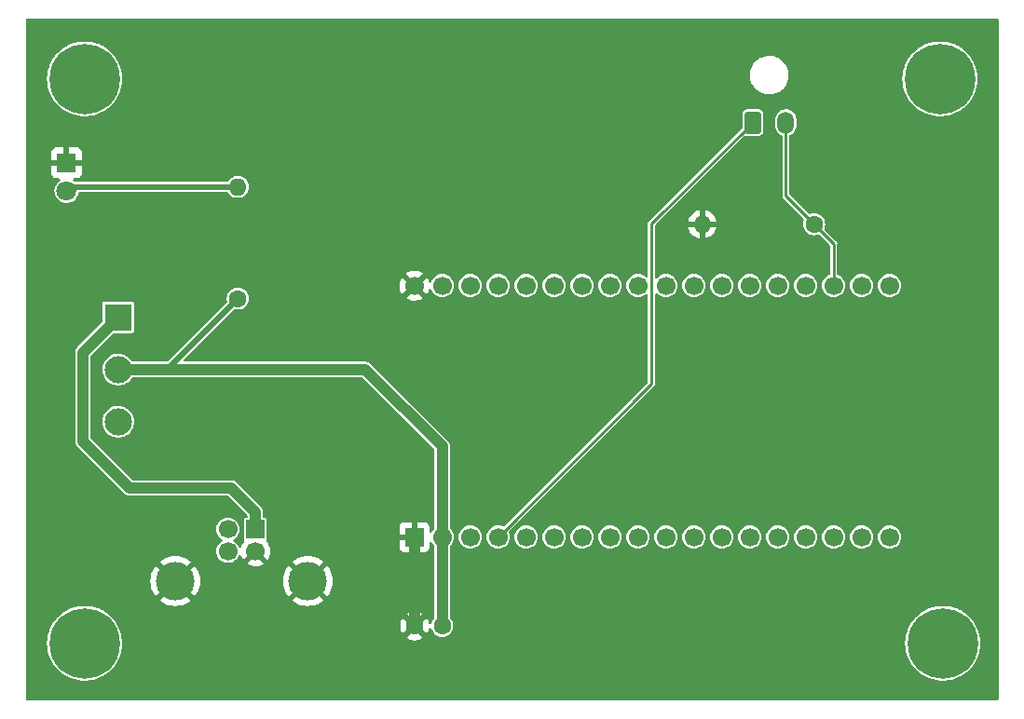
<source format=gtl>
G04 #@! TF.GenerationSoftware,KiCad,Pcbnew,(6.0.6)*
G04 #@! TF.CreationDate,2023-04-23T18:47:12-02:30*
G04 #@! TF.ProjectId,EStopTX,4553746f-7054-4582-9e6b-696361645f70,rev?*
G04 #@! TF.SameCoordinates,Original*
G04 #@! TF.FileFunction,Copper,L1,Top*
G04 #@! TF.FilePolarity,Positive*
%FSLAX46Y46*%
G04 Gerber Fmt 4.6, Leading zero omitted, Abs format (unit mm)*
G04 Created by KiCad (PCBNEW (6.0.6)) date 2023-04-23 18:47:12*
%MOMM*%
%LPD*%
G01*
G04 APERTURE LIST*
G04 Aperture macros list*
%AMRoundRect*
0 Rectangle with rounded corners*
0 $1 Rounding radius*
0 $2 $3 $4 $5 $6 $7 $8 $9 X,Y pos of 4 corners*
0 Add a 4 corners polygon primitive as box body*
4,1,4,$2,$3,$4,$5,$6,$7,$8,$9,$2,$3,0*
0 Add four circle primitives for the rounded corners*
1,1,$1+$1,$2,$3*
1,1,$1+$1,$4,$5*
1,1,$1+$1,$6,$7*
1,1,$1+$1,$8,$9*
0 Add four rect primitives between the rounded corners*
20,1,$1+$1,$2,$3,$4,$5,0*
20,1,$1+$1,$4,$5,$6,$7,0*
20,1,$1+$1,$6,$7,$8,$9,0*
20,1,$1+$1,$8,$9,$2,$3,0*%
G04 Aperture macros list end*
G04 #@! TA.AperFunction,ComponentPad*
%ADD10C,0.800000*%
G04 #@! TD*
G04 #@! TA.AperFunction,ComponentPad*
%ADD11C,6.400000*%
G04 #@! TD*
G04 #@! TA.AperFunction,ComponentPad*
%ADD12R,1.800000X1.800000*%
G04 #@! TD*
G04 #@! TA.AperFunction,ComponentPad*
%ADD13C,1.800000*%
G04 #@! TD*
G04 #@! TA.AperFunction,ComponentPad*
%ADD14R,1.700000X1.700000*%
G04 #@! TD*
G04 #@! TA.AperFunction,ComponentPad*
%ADD15C,1.700000*%
G04 #@! TD*
G04 #@! TA.AperFunction,ComponentPad*
%ADD16C,3.500000*%
G04 #@! TD*
G04 #@! TA.AperFunction,ComponentPad*
%ADD17R,2.475000X2.475000*%
G04 #@! TD*
G04 #@! TA.AperFunction,ComponentPad*
%ADD18C,2.475000*%
G04 #@! TD*
G04 #@! TA.AperFunction,ComponentPad*
%ADD19C,1.600000*%
G04 #@! TD*
G04 #@! TA.AperFunction,ComponentPad*
%ADD20O,1.600000X1.600000*%
G04 #@! TD*
G04 #@! TA.AperFunction,ComponentPad*
%ADD21RoundRect,0.250001X-0.499999X-0.759999X0.499999X-0.759999X0.499999X0.759999X-0.499999X0.759999X0*%
G04 #@! TD*
G04 #@! TA.AperFunction,ComponentPad*
%ADD22O,1.500000X2.020000*%
G04 #@! TD*
G04 #@! TA.AperFunction,Conductor*
%ADD23C,1.000000*%
G04 #@! TD*
G04 #@! TA.AperFunction,Conductor*
%ADD24C,0.500000*%
G04 #@! TD*
G04 #@! TA.AperFunction,Conductor*
%ADD25C,0.250000*%
G04 #@! TD*
G04 APERTURE END LIST*
D10*
X98124944Y-61802944D03*
X101519056Y-65197056D03*
X98124944Y-65197056D03*
X102222000Y-63500000D03*
X97422000Y-63500000D03*
X101519056Y-61802944D03*
X99822000Y-65900000D03*
X99822000Y-61100000D03*
D11*
X99822000Y-63500000D03*
D12*
X98200000Y-71125000D03*
D13*
X98200000Y-73665000D03*
D10*
X175400000Y-114808000D03*
X176102944Y-116505056D03*
X177800000Y-112408000D03*
X180200000Y-114808000D03*
X176102944Y-113110944D03*
X179497056Y-113110944D03*
X179497056Y-116505056D03*
X177800000Y-117208000D03*
D11*
X177800000Y-114808000D03*
D14*
X115350000Y-104447500D03*
D15*
X112850000Y-104447500D03*
X112850000Y-106447500D03*
X115350000Y-106447500D03*
D16*
X120120000Y-109157500D03*
X108080000Y-109157500D03*
D10*
X177546000Y-65900000D03*
D11*
X177546000Y-63500000D03*
D10*
X175848944Y-61802944D03*
X175146000Y-63500000D03*
X177546000Y-61100000D03*
X179946000Y-63500000D03*
X179243056Y-61802944D03*
X179243056Y-65197056D03*
X175848944Y-65197056D03*
D14*
X129794000Y-105156000D03*
D15*
X132334000Y-105156000D03*
X134874000Y-105156000D03*
X137414000Y-105156000D03*
X139954000Y-105156000D03*
X142494000Y-105156000D03*
X145034000Y-105156000D03*
X147574000Y-105156000D03*
X150114000Y-105156000D03*
X152654000Y-105156000D03*
X155194000Y-105156000D03*
X157734000Y-105156000D03*
X160274000Y-105156000D03*
X162814000Y-105156000D03*
X165354000Y-105156000D03*
X167894000Y-105156000D03*
X170434000Y-105156000D03*
X172974000Y-105156000D03*
X129794000Y-82296000D03*
X132334000Y-82296000D03*
X134874000Y-82296000D03*
X137414000Y-82296000D03*
X139954000Y-82296000D03*
X142494000Y-82296000D03*
X145034000Y-82296000D03*
X147574000Y-82296000D03*
X150114000Y-82296000D03*
X152654000Y-82296000D03*
X155194000Y-82296000D03*
X157734000Y-82296000D03*
X160274000Y-82296000D03*
X162814000Y-82296000D03*
X165354000Y-82296000D03*
X167894000Y-82296000D03*
X170434000Y-82296000D03*
X172974000Y-82296000D03*
D17*
X102884500Y-85166000D03*
D18*
X102884500Y-89916000D03*
X102884500Y-94666000D03*
D19*
X129825000Y-113225000D03*
X132325000Y-113225000D03*
X113750000Y-83475000D03*
D20*
X113750000Y-73315000D03*
D21*
X160552000Y-67470000D03*
D22*
X163552000Y-67470000D03*
D10*
X97422000Y-114808000D03*
X99822000Y-117208000D03*
X98124944Y-113110944D03*
D11*
X99822000Y-114808000D03*
D10*
X102222000Y-114808000D03*
X98124944Y-116505056D03*
X101519056Y-113110944D03*
X99822000Y-112408000D03*
X101519056Y-116505056D03*
D19*
X166116000Y-76708000D03*
D20*
X155956000Y-76708000D03*
D23*
X125341000Y-89916000D02*
X102884500Y-89916000D01*
X132334000Y-105156000D02*
X132334000Y-113216000D01*
X132334000Y-113216000D02*
X132325000Y-113225000D01*
X132334000Y-96909000D02*
X125341000Y-89916000D01*
D24*
X107309000Y-89916000D02*
X113750000Y-83475000D01*
D23*
X132334000Y-105156000D02*
X132334000Y-96909000D01*
D24*
X102884500Y-89916000D02*
X107309000Y-89916000D01*
D23*
X129825000Y-105187000D02*
X129794000Y-105156000D01*
X129825000Y-113225000D02*
X129825000Y-105187000D01*
D25*
X163552000Y-74144000D02*
X166116000Y-76708000D01*
X163552000Y-67470000D02*
X163552000Y-74144000D01*
X167894000Y-82296000D02*
X167894000Y-78486000D01*
X167894000Y-78486000D02*
X166116000Y-76708000D01*
D23*
X103925000Y-100675000D02*
X113125000Y-100675000D01*
X99675000Y-88375500D02*
X99675000Y-96425000D01*
X113125000Y-100675000D02*
X115350000Y-102900000D01*
X102884500Y-85166000D02*
X99675000Y-88375500D01*
X115350000Y-102900000D02*
X115350000Y-104447500D01*
X99675000Y-96425000D02*
X103925000Y-100675000D01*
D24*
X113750000Y-73315000D02*
X98550000Y-73315000D01*
X98550000Y-73315000D02*
X98200000Y-73665000D01*
D25*
X151350000Y-91220000D02*
X151350000Y-76672000D01*
X151350000Y-76672000D02*
X160552000Y-67470000D01*
X137414000Y-105156000D02*
X151350000Y-91220000D01*
G04 #@! TA.AperFunction,Conductor*
G36*
X182821121Y-58021002D02*
G01*
X182867614Y-58074658D01*
X182879000Y-58127000D01*
X182879000Y-119873014D01*
X182858998Y-119941135D01*
X182805342Y-119987628D01*
X182753014Y-119999014D01*
X138957734Y-120003969D01*
X94615013Y-120008986D01*
X94546891Y-119988992D01*
X94500392Y-119935341D01*
X94489000Y-119882986D01*
X94489000Y-114796113D01*
X96416527Y-114796113D01*
X96435162Y-115163971D01*
X96435699Y-115167326D01*
X96435700Y-115167332D01*
X96476038Y-115419170D01*
X96493416Y-115527665D01*
X96590608Y-115882941D01*
X96725602Y-116225642D01*
X96896817Y-116551759D01*
X96898718Y-116554588D01*
X96898724Y-116554598D01*
X97083707Y-116829879D01*
X97102252Y-116857477D01*
X97339502Y-117139221D01*
X97442006Y-117237176D01*
X97603329Y-117391341D01*
X97603336Y-117391347D01*
X97605792Y-117393694D01*
X97898008Y-117617919D01*
X98212731Y-117809274D01*
X98546279Y-117965519D01*
X98549497Y-117966621D01*
X98549500Y-117966622D01*
X98891528Y-118083725D01*
X98891536Y-118083727D01*
X98894751Y-118084828D01*
X99254070Y-118165804D01*
X99337002Y-118175253D01*
X99616650Y-118207115D01*
X99616658Y-118207115D01*
X99620033Y-118207500D01*
X99623437Y-118207518D01*
X99623440Y-118207518D01*
X99823074Y-118208563D01*
X99988358Y-118209428D01*
X99991744Y-118209078D01*
X99991746Y-118209078D01*
X100351345Y-118171918D01*
X100351354Y-118171917D01*
X100354737Y-118171567D01*
X100358070Y-118170853D01*
X100358073Y-118170852D01*
X100535488Y-118132817D01*
X100714884Y-118094358D01*
X101064586Y-117978705D01*
X101399752Y-117825961D01*
X101496965Y-117768240D01*
X101713516Y-117639662D01*
X101713521Y-117639659D01*
X101716461Y-117637913D01*
X101743091Y-117617919D01*
X102008276Y-117418812D01*
X102011009Y-117416760D01*
X102279950Y-117165089D01*
X102520138Y-116885846D01*
X102537838Y-116860093D01*
X102726831Y-116585104D01*
X102728762Y-116582295D01*
X102730374Y-116579301D01*
X102730379Y-116579293D01*
X102901761Y-116261001D01*
X102903383Y-116257989D01*
X103041958Y-115916720D01*
X103142865Y-115562482D01*
X103204925Y-115199418D01*
X103206888Y-115167332D01*
X103227301Y-114833572D01*
X103227411Y-114831775D01*
X103227494Y-114808000D01*
X103226850Y-114796113D01*
X174394527Y-114796113D01*
X174413162Y-115163971D01*
X174413699Y-115167326D01*
X174413700Y-115167332D01*
X174454038Y-115419170D01*
X174471416Y-115527665D01*
X174568608Y-115882941D01*
X174703602Y-116225642D01*
X174874817Y-116551759D01*
X174876718Y-116554588D01*
X174876724Y-116554598D01*
X175061707Y-116829879D01*
X175080252Y-116857477D01*
X175317502Y-117139221D01*
X175420006Y-117237176D01*
X175581329Y-117391341D01*
X175581336Y-117391347D01*
X175583792Y-117393694D01*
X175876008Y-117617919D01*
X176190731Y-117809274D01*
X176524279Y-117965519D01*
X176527497Y-117966621D01*
X176527500Y-117966622D01*
X176869528Y-118083725D01*
X176869536Y-118083727D01*
X176872751Y-118084828D01*
X177232070Y-118165804D01*
X177315002Y-118175253D01*
X177594650Y-118207115D01*
X177594658Y-118207115D01*
X177598033Y-118207500D01*
X177601437Y-118207518D01*
X177601440Y-118207518D01*
X177801074Y-118208563D01*
X177966358Y-118209428D01*
X177969744Y-118209078D01*
X177969746Y-118209078D01*
X178329345Y-118171918D01*
X178329354Y-118171917D01*
X178332737Y-118171567D01*
X178336070Y-118170853D01*
X178336073Y-118170852D01*
X178513488Y-118132817D01*
X178692884Y-118094358D01*
X179042586Y-117978705D01*
X179377752Y-117825961D01*
X179474965Y-117768240D01*
X179691516Y-117639662D01*
X179691521Y-117639659D01*
X179694461Y-117637913D01*
X179721091Y-117617919D01*
X179986276Y-117418812D01*
X179989009Y-117416760D01*
X180257950Y-117165089D01*
X180498138Y-116885846D01*
X180515838Y-116860093D01*
X180704831Y-116585104D01*
X180706762Y-116582295D01*
X180708374Y-116579301D01*
X180708379Y-116579293D01*
X180879761Y-116261001D01*
X180881383Y-116257989D01*
X181019958Y-115916720D01*
X181120865Y-115562482D01*
X181182925Y-115199418D01*
X181184888Y-115167332D01*
X181205301Y-114833572D01*
X181205411Y-114831775D01*
X181205494Y-114808000D01*
X181185575Y-114440209D01*
X181126052Y-114076720D01*
X181027620Y-113721786D01*
X181024443Y-113713801D01*
X180892690Y-113382722D01*
X180891431Y-113379558D01*
X180814669Y-113234580D01*
X180720677Y-113057060D01*
X180720673Y-113057053D01*
X180719078Y-113054041D01*
X180512578Y-112749041D01*
X180274346Y-112468128D01*
X180007168Y-112214586D01*
X179812461Y-112066258D01*
X179716879Y-111993444D01*
X179716877Y-111993442D01*
X179714172Y-111991382D01*
X179711260Y-111989625D01*
X179711255Y-111989622D01*
X179401705Y-111802889D01*
X179401696Y-111802884D01*
X179398783Y-111801127D01*
X179395693Y-111799693D01*
X179395688Y-111799690D01*
X179231737Y-111723587D01*
X179064691Y-111646047D01*
X179061466Y-111644955D01*
X179061460Y-111644953D01*
X178719032Y-111529048D01*
X178719027Y-111529047D01*
X178715805Y-111527956D01*
X178481920Y-111476104D01*
X178359536Y-111448972D01*
X178359532Y-111448971D01*
X178356206Y-111448234D01*
X178206624Y-111431720D01*
X177993482Y-111408189D01*
X177993475Y-111408189D01*
X177990100Y-111407816D01*
X177986701Y-111407810D01*
X177986700Y-111407810D01*
X177812979Y-111407507D01*
X177621770Y-111407173D01*
X177484556Y-111421837D01*
X177258910Y-111445951D01*
X177258904Y-111445952D01*
X177255526Y-111446313D01*
X176895650Y-111524779D01*
X176546354Y-111641652D01*
X176543261Y-111643075D01*
X176543260Y-111643075D01*
X176533674Y-111647484D01*
X176211723Y-111795565D01*
X176208789Y-111797321D01*
X176208787Y-111797322D01*
X176114763Y-111853594D01*
X175895672Y-111984718D01*
X175601898Y-112206897D01*
X175333837Y-112459505D01*
X175331625Y-112462095D01*
X175331624Y-112462096D01*
X175275627Y-112527660D01*
X175094626Y-112739585D01*
X175092698Y-112742412D01*
X175092696Y-112742414D01*
X175037343Y-112823559D01*
X174887062Y-113043862D01*
X174881646Y-113054006D01*
X174795459Y-113215420D01*
X174713574Y-113368776D01*
X174712299Y-113371948D01*
X174712297Y-113371952D01*
X174604836Y-113639272D01*
X174576192Y-113710526D01*
X174575273Y-113713794D01*
X174575271Y-113713801D01*
X174480619Y-114050535D01*
X174476521Y-114065115D01*
X174475959Y-114068472D01*
X174475959Y-114068473D01*
X174435205Y-114312012D01*
X174415729Y-114428393D01*
X174394527Y-114796113D01*
X103226850Y-114796113D01*
X103207575Y-114440209D01*
X103186427Y-114311062D01*
X129103493Y-114311062D01*
X129112789Y-114323077D01*
X129163994Y-114358931D01*
X129173489Y-114364414D01*
X129370947Y-114456490D01*
X129381239Y-114460236D01*
X129591688Y-114516625D01*
X129602481Y-114518528D01*
X129819525Y-114537517D01*
X129830475Y-114537517D01*
X130047519Y-114518528D01*
X130058312Y-114516625D01*
X130268761Y-114460236D01*
X130279053Y-114456490D01*
X130476511Y-114364414D01*
X130486006Y-114358931D01*
X130538048Y-114322491D01*
X130546424Y-114312012D01*
X130539356Y-114298566D01*
X129837812Y-113597022D01*
X129823868Y-113589408D01*
X129822035Y-113589539D01*
X129815420Y-113593790D01*
X129109923Y-114299287D01*
X129103493Y-114311062D01*
X103186427Y-114311062D01*
X103148052Y-114076720D01*
X103049620Y-113721786D01*
X103046443Y-113713801D01*
X102914690Y-113382722D01*
X102913431Y-113379558D01*
X102836669Y-113234580D01*
X102834496Y-113230475D01*
X128512483Y-113230475D01*
X128531472Y-113447519D01*
X128533375Y-113458312D01*
X128589764Y-113668761D01*
X128593510Y-113679053D01*
X128685586Y-113876511D01*
X128691069Y-113886006D01*
X128727509Y-113938048D01*
X128737988Y-113946424D01*
X128751434Y-113939356D01*
X129452978Y-113237812D01*
X129460592Y-113223868D01*
X129460461Y-113222035D01*
X129456210Y-113215420D01*
X128750713Y-112509923D01*
X128738938Y-112503493D01*
X128726923Y-112512789D01*
X128691069Y-112563994D01*
X128685586Y-112573489D01*
X128593510Y-112770947D01*
X128589764Y-112781239D01*
X128533375Y-112991688D01*
X128531472Y-113002481D01*
X128512483Y-113219525D01*
X128512483Y-113230475D01*
X102834496Y-113230475D01*
X102742677Y-113057060D01*
X102742673Y-113057053D01*
X102741078Y-113054041D01*
X102534578Y-112749041D01*
X102296346Y-112468128D01*
X102029168Y-112214586D01*
X101928619Y-112137988D01*
X129103576Y-112137988D01*
X129110644Y-112151434D01*
X129812188Y-112852978D01*
X129826132Y-112860592D01*
X129827965Y-112860461D01*
X129834580Y-112856210D01*
X130540077Y-112150713D01*
X130546507Y-112138938D01*
X130537211Y-112126923D01*
X130486006Y-112091069D01*
X130476511Y-112085586D01*
X130279053Y-111993510D01*
X130268761Y-111989764D01*
X130058312Y-111933375D01*
X130047519Y-111931472D01*
X129830475Y-111912483D01*
X129819525Y-111912483D01*
X129602481Y-111931472D01*
X129591688Y-111933375D01*
X129381239Y-111989764D01*
X129370947Y-111993510D01*
X129173489Y-112085586D01*
X129163994Y-112091069D01*
X129111952Y-112127509D01*
X129103576Y-112137988D01*
X101928619Y-112137988D01*
X101834461Y-112066258D01*
X101738879Y-111993444D01*
X101738877Y-111993442D01*
X101736172Y-111991382D01*
X101733260Y-111989625D01*
X101733255Y-111989622D01*
X101423705Y-111802889D01*
X101423696Y-111802884D01*
X101420783Y-111801127D01*
X101417693Y-111799693D01*
X101417688Y-111799690D01*
X101253737Y-111723587D01*
X101086691Y-111646047D01*
X101083466Y-111644955D01*
X101083460Y-111644953D01*
X100741032Y-111529048D01*
X100741027Y-111529047D01*
X100737805Y-111527956D01*
X100503920Y-111476104D01*
X100381536Y-111448972D01*
X100381532Y-111448971D01*
X100378206Y-111448234D01*
X100228624Y-111431720D01*
X100015482Y-111408189D01*
X100015475Y-111408189D01*
X100012100Y-111407816D01*
X100008701Y-111407810D01*
X100008700Y-111407810D01*
X99834979Y-111407507D01*
X99643770Y-111407173D01*
X99506556Y-111421837D01*
X99280910Y-111445951D01*
X99280904Y-111445952D01*
X99277526Y-111446313D01*
X98917650Y-111524779D01*
X98568354Y-111641652D01*
X98565261Y-111643075D01*
X98565260Y-111643075D01*
X98555674Y-111647484D01*
X98233723Y-111795565D01*
X98230789Y-111797321D01*
X98230787Y-111797322D01*
X98136763Y-111853594D01*
X97917672Y-111984718D01*
X97623898Y-112206897D01*
X97355837Y-112459505D01*
X97353625Y-112462095D01*
X97353624Y-112462096D01*
X97297627Y-112527660D01*
X97116626Y-112739585D01*
X97114698Y-112742412D01*
X97114696Y-112742414D01*
X97059343Y-112823559D01*
X96909062Y-113043862D01*
X96903646Y-113054006D01*
X96817459Y-113215420D01*
X96735574Y-113368776D01*
X96734299Y-113371948D01*
X96734297Y-113371952D01*
X96626836Y-113639272D01*
X96598192Y-113710526D01*
X96597273Y-113713794D01*
X96597271Y-113713801D01*
X96502619Y-114050535D01*
X96498521Y-114065115D01*
X96497959Y-114068472D01*
X96497959Y-114068473D01*
X96457205Y-114312012D01*
X96437729Y-114428393D01*
X96416527Y-114796113D01*
X94489000Y-114796113D01*
X94489000Y-110926356D01*
X106676601Y-110926356D01*
X106683059Y-110935716D01*
X106699361Y-110950012D01*
X106705901Y-110955030D01*
X106945144Y-111114887D01*
X106952281Y-111119008D01*
X107210349Y-111246272D01*
X107217953Y-111249422D01*
X107490420Y-111341912D01*
X107498383Y-111344046D01*
X107780600Y-111400183D01*
X107788751Y-111401256D01*
X108075881Y-111420075D01*
X108084119Y-111420075D01*
X108371249Y-111401256D01*
X108379400Y-111400183D01*
X108661617Y-111344046D01*
X108669580Y-111341912D01*
X108942047Y-111249422D01*
X108949651Y-111246272D01*
X109207719Y-111119008D01*
X109214856Y-111114887D01*
X109454099Y-110955030D01*
X109460639Y-110950012D01*
X109475074Y-110937353D01*
X109482050Y-110926356D01*
X118716601Y-110926356D01*
X118723059Y-110935716D01*
X118739361Y-110950012D01*
X118745901Y-110955030D01*
X118985144Y-111114887D01*
X118992281Y-111119008D01*
X119250349Y-111246272D01*
X119257953Y-111249422D01*
X119530420Y-111341912D01*
X119538383Y-111344046D01*
X119820600Y-111400183D01*
X119828751Y-111401256D01*
X120115881Y-111420075D01*
X120124119Y-111420075D01*
X120411249Y-111401256D01*
X120419400Y-111400183D01*
X120701617Y-111344046D01*
X120709580Y-111341912D01*
X120982047Y-111249422D01*
X120989651Y-111246272D01*
X121247719Y-111119008D01*
X121254856Y-111114887D01*
X121494099Y-110955030D01*
X121500639Y-110950012D01*
X121515074Y-110937353D01*
X121523472Y-110924114D01*
X121517638Y-110914349D01*
X120132810Y-109529520D01*
X120118869Y-109521908D01*
X120117034Y-109522039D01*
X120110420Y-109526290D01*
X118724116Y-110912595D01*
X118716601Y-110926356D01*
X109482050Y-110926356D01*
X109483472Y-110924114D01*
X109477638Y-110914349D01*
X108092810Y-109529520D01*
X108078869Y-109521908D01*
X108077034Y-109522039D01*
X108070420Y-109526290D01*
X106684116Y-110912595D01*
X106676601Y-110926356D01*
X94489000Y-110926356D01*
X94489000Y-109161619D01*
X105817425Y-109161619D01*
X105836244Y-109448749D01*
X105837317Y-109456900D01*
X105893454Y-109739117D01*
X105895588Y-109747080D01*
X105988078Y-110019547D01*
X105991228Y-110027151D01*
X106118492Y-110285218D01*
X106122613Y-110292355D01*
X106282470Y-110531599D01*
X106287488Y-110538139D01*
X106300147Y-110552574D01*
X106313386Y-110560972D01*
X106323151Y-110555138D01*
X107707980Y-109170310D01*
X107714357Y-109158631D01*
X108444408Y-109158631D01*
X108444539Y-109160466D01*
X108448790Y-109167080D01*
X109835095Y-110553384D01*
X109848856Y-110560899D01*
X109858216Y-110554441D01*
X109872512Y-110538139D01*
X109877530Y-110531599D01*
X110037387Y-110292355D01*
X110041508Y-110285218D01*
X110168772Y-110027151D01*
X110171922Y-110019547D01*
X110264412Y-109747080D01*
X110266546Y-109739117D01*
X110322683Y-109456900D01*
X110323756Y-109448749D01*
X110342575Y-109161619D01*
X117857425Y-109161619D01*
X117876244Y-109448749D01*
X117877317Y-109456900D01*
X117933454Y-109739117D01*
X117935588Y-109747080D01*
X118028078Y-110019547D01*
X118031228Y-110027151D01*
X118158492Y-110285218D01*
X118162613Y-110292355D01*
X118322470Y-110531599D01*
X118327488Y-110538139D01*
X118340147Y-110552574D01*
X118353386Y-110560972D01*
X118363151Y-110555138D01*
X119747980Y-109170310D01*
X119754357Y-109158631D01*
X120484408Y-109158631D01*
X120484539Y-109160466D01*
X120488790Y-109167080D01*
X121875095Y-110553384D01*
X121888856Y-110560899D01*
X121898216Y-110554441D01*
X121912512Y-110538139D01*
X121917530Y-110531599D01*
X122077387Y-110292355D01*
X122081508Y-110285218D01*
X122208772Y-110027151D01*
X122211922Y-110019547D01*
X122304412Y-109747080D01*
X122306546Y-109739117D01*
X122362683Y-109456900D01*
X122363756Y-109448749D01*
X122382575Y-109161619D01*
X122382575Y-109153381D01*
X122363756Y-108866251D01*
X122362683Y-108858100D01*
X122306546Y-108575883D01*
X122304412Y-108567920D01*
X122211922Y-108295453D01*
X122208772Y-108287849D01*
X122081508Y-108029782D01*
X122077387Y-108022645D01*
X121917530Y-107783401D01*
X121912512Y-107776861D01*
X121899853Y-107762426D01*
X121886614Y-107754028D01*
X121876849Y-107759862D01*
X120492020Y-109144690D01*
X120484408Y-109158631D01*
X119754357Y-109158631D01*
X119755592Y-109156369D01*
X119755461Y-109154534D01*
X119751210Y-109147920D01*
X118364905Y-107761616D01*
X118351144Y-107754101D01*
X118341784Y-107760559D01*
X118327488Y-107776861D01*
X118322470Y-107783401D01*
X118162613Y-108022645D01*
X118158492Y-108029782D01*
X118031228Y-108287849D01*
X118028078Y-108295453D01*
X117935588Y-108567920D01*
X117933454Y-108575883D01*
X117877317Y-108858100D01*
X117876244Y-108866251D01*
X117857425Y-109153381D01*
X117857425Y-109161619D01*
X110342575Y-109161619D01*
X110342575Y-109153381D01*
X110323756Y-108866251D01*
X110322683Y-108858100D01*
X110266546Y-108575883D01*
X110264412Y-108567920D01*
X110171922Y-108295453D01*
X110168772Y-108287849D01*
X110041508Y-108029782D01*
X110037387Y-108022645D01*
X109877530Y-107783401D01*
X109872512Y-107776861D01*
X109859853Y-107762426D01*
X109846614Y-107754028D01*
X109836849Y-107759862D01*
X108452020Y-109144690D01*
X108444408Y-109158631D01*
X107714357Y-109158631D01*
X107715592Y-109156369D01*
X107715461Y-109154534D01*
X107711210Y-109147920D01*
X106324905Y-107761616D01*
X106311144Y-107754101D01*
X106301784Y-107760559D01*
X106287488Y-107776861D01*
X106282470Y-107783401D01*
X106122613Y-108022645D01*
X106118492Y-108029782D01*
X105991228Y-108287849D01*
X105988078Y-108295453D01*
X105895588Y-108567920D01*
X105893454Y-108575883D01*
X105837317Y-108858100D01*
X105836244Y-108866251D01*
X105817425Y-109153381D01*
X105817425Y-109161619D01*
X94489000Y-109161619D01*
X94489000Y-107390886D01*
X106676528Y-107390886D01*
X106682362Y-107400651D01*
X108067190Y-108785480D01*
X108081131Y-108793092D01*
X108082966Y-108792961D01*
X108089580Y-108788710D01*
X109305936Y-107572353D01*
X114589977Y-107572353D01*
X114595258Y-107579407D01*
X114756756Y-107673779D01*
X114766042Y-107678229D01*
X114965001Y-107754203D01*
X114974899Y-107757079D01*
X115183595Y-107799538D01*
X115193823Y-107800757D01*
X115406650Y-107808562D01*
X115416936Y-107808095D01*
X115628185Y-107781034D01*
X115638262Y-107778892D01*
X115842255Y-107717691D01*
X115851842Y-107713933D01*
X116043098Y-107620238D01*
X116051944Y-107614965D01*
X116099247Y-107581223D01*
X116107648Y-107570523D01*
X116100660Y-107557370D01*
X115934176Y-107390886D01*
X118716528Y-107390886D01*
X118722362Y-107400651D01*
X120107190Y-108785480D01*
X120121131Y-108793092D01*
X120122966Y-108792961D01*
X120129580Y-108788710D01*
X121515884Y-107402405D01*
X121523399Y-107388644D01*
X121516941Y-107379284D01*
X121500639Y-107364988D01*
X121494099Y-107359970D01*
X121254856Y-107200113D01*
X121247719Y-107195992D01*
X120989651Y-107068728D01*
X120982047Y-107065578D01*
X120709580Y-106973088D01*
X120701617Y-106970954D01*
X120419400Y-106914817D01*
X120411249Y-106913744D01*
X120124119Y-106894925D01*
X120115881Y-106894925D01*
X119828751Y-106913744D01*
X119820600Y-106914817D01*
X119538383Y-106970954D01*
X119530420Y-106973088D01*
X119257953Y-107065578D01*
X119250349Y-107068728D01*
X118992282Y-107195992D01*
X118985145Y-107200113D01*
X118745901Y-107359970D01*
X118739361Y-107364988D01*
X118724926Y-107377647D01*
X118716528Y-107390886D01*
X115934176Y-107390886D01*
X115362812Y-106819522D01*
X115348868Y-106811908D01*
X115347035Y-106812039D01*
X115340420Y-106816290D01*
X114596737Y-107559973D01*
X114589977Y-107572353D01*
X109305936Y-107572353D01*
X109475884Y-107402405D01*
X109483399Y-107388644D01*
X109476941Y-107379284D01*
X109460639Y-107364988D01*
X109454099Y-107359970D01*
X109214856Y-107200113D01*
X109207719Y-107195992D01*
X108949651Y-107068728D01*
X108942047Y-107065578D01*
X108669580Y-106973088D01*
X108661617Y-106970954D01*
X108379400Y-106914817D01*
X108371249Y-106913744D01*
X108084119Y-106894925D01*
X108075881Y-106894925D01*
X107788751Y-106913744D01*
X107780600Y-106914817D01*
X107498383Y-106970954D01*
X107490420Y-106973088D01*
X107217953Y-107065578D01*
X107210349Y-107068728D01*
X106952282Y-107195992D01*
X106945145Y-107200113D01*
X106705901Y-107359970D01*
X106699361Y-107364988D01*
X106684926Y-107377647D01*
X106676528Y-107390886D01*
X94489000Y-107390886D01*
X94489000Y-96461930D01*
X98970322Y-96461930D01*
X98971627Y-96469406D01*
X98971627Y-96469409D01*
X98981178Y-96524132D01*
X98982141Y-96530658D01*
X98984457Y-96549797D01*
X98989724Y-96593320D01*
X98992409Y-96600427D01*
X98993218Y-96603720D01*
X98997177Y-96618191D01*
X98998166Y-96621467D01*
X98999473Y-96628954D01*
X99002528Y-96635913D01*
X99002528Y-96635914D01*
X99024847Y-96686760D01*
X99027339Y-96692866D01*
X99045407Y-96740680D01*
X99049655Y-96751923D01*
X99053954Y-96758178D01*
X99055535Y-96761203D01*
X99062825Y-96774299D01*
X99064566Y-96777243D01*
X99067621Y-96784202D01*
X99072246Y-96790230D01*
X99072247Y-96790231D01*
X99106042Y-96834273D01*
X99109919Y-96839609D01*
X99141381Y-96885386D01*
X99141386Y-96885392D01*
X99145688Y-96891651D01*
X99151362Y-96896706D01*
X99191657Y-96932608D01*
X99196933Y-96937589D01*
X103409418Y-101150075D01*
X103415271Y-101156340D01*
X103452831Y-101199396D01*
X103504473Y-101235690D01*
X103509758Y-101239616D01*
X103553476Y-101273895D01*
X103553480Y-101273897D01*
X103559457Y-101278584D01*
X103566380Y-101281710D01*
X103569328Y-101283495D01*
X103582288Y-101290887D01*
X103585334Y-101292520D01*
X103591547Y-101296887D01*
X103650366Y-101319820D01*
X103656445Y-101322375D01*
X103713984Y-101348355D01*
X103721455Y-101349740D01*
X103724723Y-101350764D01*
X103739164Y-101354877D01*
X103742437Y-101355717D01*
X103749513Y-101358476D01*
X103794183Y-101364356D01*
X103812106Y-101366716D01*
X103818623Y-101367748D01*
X103860035Y-101375423D01*
X103880692Y-101379252D01*
X103888272Y-101378815D01*
X103888273Y-101378815D01*
X103942144Y-101375709D01*
X103949396Y-101375500D01*
X112782654Y-101375500D01*
X112850775Y-101395502D01*
X112871749Y-101412405D01*
X114612595Y-103153252D01*
X114646621Y-103215564D01*
X114649500Y-103242347D01*
X114649500Y-103271000D01*
X114629498Y-103339121D01*
X114575842Y-103385614D01*
X114523500Y-103397000D01*
X114480252Y-103397000D01*
X114474184Y-103398207D01*
X114433939Y-103406212D01*
X114433938Y-103406212D01*
X114421769Y-103408633D01*
X114355448Y-103452948D01*
X114311133Y-103519269D01*
X114299500Y-103577752D01*
X114299500Y-105317248D01*
X114311133Y-105375731D01*
X114318025Y-105386046D01*
X114318027Y-105386050D01*
X114330962Y-105405408D01*
X114352177Y-105473161D01*
X114333394Y-105541628D01*
X114317292Y-105562460D01*
X114294591Y-105586216D01*
X114288104Y-105594227D01*
X114168098Y-105770149D01*
X114163000Y-105779123D01*
X114073338Y-105972283D01*
X114069775Y-105981968D01*
X114059015Y-106020767D01*
X114021535Y-106081065D01*
X113957406Y-106111527D01*
X113886988Y-106102483D01*
X113832638Y-106056804D01*
X113826374Y-106045016D01*
X113825935Y-106045249D01*
X113732111Y-105868790D01*
X113729218Y-105863349D01*
X113622619Y-105732646D01*
X113602906Y-105708475D01*
X113602903Y-105708472D01*
X113599011Y-105703700D01*
X113494932Y-105617598D01*
X113445025Y-105576311D01*
X113445021Y-105576309D01*
X113440275Y-105572382D01*
X113416491Y-105559522D01*
X113366082Y-105509527D01*
X113350705Y-105440216D01*
X113375241Y-105373594D01*
X113408906Y-105342300D01*
X113410107Y-105341538D01*
X113415610Y-105338758D01*
X113577951Y-105211924D01*
X113597758Y-105188978D01*
X113708540Y-105060634D01*
X113708540Y-105060633D01*
X113712564Y-105055972D01*
X113733387Y-105019318D01*
X113768729Y-104957103D01*
X113814323Y-104876844D01*
X113879351Y-104681363D01*
X113905171Y-104476974D01*
X113905583Y-104447500D01*
X113885480Y-104242470D01*
X113825935Y-104045249D01*
X113729218Y-103863349D01*
X113655859Y-103773402D01*
X113602906Y-103708475D01*
X113602903Y-103708472D01*
X113599011Y-103703700D01*
X113581786Y-103689450D01*
X113445025Y-103576311D01*
X113445021Y-103576309D01*
X113440275Y-103572382D01*
X113259055Y-103474397D01*
X113062254Y-103413477D01*
X113056129Y-103412833D01*
X113056128Y-103412833D01*
X112863498Y-103392587D01*
X112863496Y-103392587D01*
X112857369Y-103391943D01*
X112770529Y-103399846D01*
X112658342Y-103410055D01*
X112658339Y-103410056D01*
X112652203Y-103410614D01*
X112454572Y-103468780D01*
X112272002Y-103564226D01*
X112267201Y-103568086D01*
X112267198Y-103568088D01*
X112116254Y-103689450D01*
X112111447Y-103693315D01*
X111979024Y-103851130D01*
X111976056Y-103856528D01*
X111976053Y-103856533D01*
X111924518Y-103950276D01*
X111879776Y-104031662D01*
X111817484Y-104228032D01*
X111816798Y-104234149D01*
X111816797Y-104234153D01*
X111798425Y-104397950D01*
X111794520Y-104432762D01*
X111795036Y-104438906D01*
X111809783Y-104614518D01*
X111811759Y-104638053D01*
X111813458Y-104643978D01*
X111843375Y-104748310D01*
X111868544Y-104836086D01*
X111871359Y-104841563D01*
X111871360Y-104841566D01*
X111924553Y-104945068D01*
X111962712Y-105019318D01*
X112090677Y-105180770D01*
X112247564Y-105314291D01*
X112287023Y-105336344D01*
X112336727Y-105387037D01*
X112351135Y-105456556D01*
X112325671Y-105522829D01*
X112283929Y-105557991D01*
X112272002Y-105564226D01*
X112267201Y-105568086D01*
X112267198Y-105568088D01*
X112116254Y-105689450D01*
X112111447Y-105693315D01*
X111979024Y-105851130D01*
X111976056Y-105856528D01*
X111976053Y-105856533D01*
X111912420Y-105972283D01*
X111879776Y-106031662D01*
X111877913Y-106037535D01*
X111822776Y-106211351D01*
X111817484Y-106228032D01*
X111816798Y-106234149D01*
X111816797Y-106234153D01*
X111802488Y-106361724D01*
X111794520Y-106432762D01*
X111811759Y-106638053D01*
X111813458Y-106643978D01*
X111862868Y-106816290D01*
X111868544Y-106836086D01*
X111871359Y-106841563D01*
X111871360Y-106841566D01*
X111937856Y-106970954D01*
X111962712Y-107019318D01*
X112090677Y-107180770D01*
X112247564Y-107314291D01*
X112427398Y-107414797D01*
X112522238Y-107445613D01*
X112617471Y-107476556D01*
X112617475Y-107476557D01*
X112623329Y-107478459D01*
X112827894Y-107502851D01*
X112834029Y-107502379D01*
X112834031Y-107502379D01*
X112890039Y-107498069D01*
X113033300Y-107487046D01*
X113039230Y-107485390D01*
X113039232Y-107485390D01*
X113225797Y-107433300D01*
X113225796Y-107433300D01*
X113231725Y-107431645D01*
X113237214Y-107428872D01*
X113237220Y-107428870D01*
X113410116Y-107341533D01*
X113415610Y-107338758D01*
X113577951Y-107211924D01*
X113582737Y-107206380D01*
X113708540Y-107060634D01*
X113708540Y-107060633D01*
X113712564Y-107055972D01*
X113733387Y-107019318D01*
X113760861Y-106970954D01*
X113814323Y-106876844D01*
X113816508Y-106870277D01*
X113816732Y-106869953D01*
X113818774Y-106865367D01*
X113819646Y-106865755D01*
X113856986Y-106811953D01*
X113922574Y-106784771D01*
X113992445Y-106797364D01*
X114044416Y-106845733D01*
X114052809Y-106862643D01*
X114131770Y-107057103D01*
X114136413Y-107066294D01*
X114216460Y-107196920D01*
X114226916Y-107206380D01*
X114235694Y-107202596D01*
X115260905Y-106177385D01*
X115323217Y-106143359D01*
X115394032Y-106148424D01*
X115439095Y-106177385D01*
X116460474Y-107198764D01*
X116472484Y-107205323D01*
X116484223Y-107196355D01*
X116515004Y-107153519D01*
X116520315Y-107144680D01*
X116614670Y-106953767D01*
X116618469Y-106944172D01*
X116680376Y-106740415D01*
X116682555Y-106730334D01*
X116710590Y-106517387D01*
X116711109Y-106510712D01*
X116712572Y-106450864D01*
X116712378Y-106444146D01*
X116694781Y-106230104D01*
X116693096Y-106219924D01*
X116650582Y-106050669D01*
X128436001Y-106050669D01*
X128436371Y-106057490D01*
X128441895Y-106108352D01*
X128445521Y-106123604D01*
X128490676Y-106244054D01*
X128499214Y-106259649D01*
X128575715Y-106361724D01*
X128588276Y-106374285D01*
X128690351Y-106450786D01*
X128705946Y-106459324D01*
X128826394Y-106504478D01*
X128841649Y-106508105D01*
X128892514Y-106513631D01*
X128899328Y-106514000D01*
X129521885Y-106514000D01*
X129537124Y-106509525D01*
X129538329Y-106508135D01*
X129540000Y-106500452D01*
X129540000Y-105428115D01*
X129535525Y-105412876D01*
X129534135Y-105411671D01*
X129526452Y-105410000D01*
X128454116Y-105410000D01*
X128438877Y-105414475D01*
X128437672Y-105415865D01*
X128436001Y-105423548D01*
X128436001Y-106050669D01*
X116650582Y-106050669D01*
X116641214Y-106013375D01*
X116637894Y-106003624D01*
X116552972Y-105808314D01*
X116548105Y-105799239D01*
X116432425Y-105620423D01*
X116426136Y-105612256D01*
X116379833Y-105561370D01*
X116348781Y-105497525D01*
X116357177Y-105427026D01*
X116368262Y-105406568D01*
X116381974Y-105386047D01*
X116388867Y-105375731D01*
X116400500Y-105317248D01*
X116400500Y-104883885D01*
X128436000Y-104883885D01*
X128440475Y-104899124D01*
X128441865Y-104900329D01*
X128449548Y-104902000D01*
X129521885Y-104902000D01*
X129537124Y-104897525D01*
X129538329Y-104896135D01*
X129540000Y-104888452D01*
X129540000Y-103816116D01*
X129535525Y-103800877D01*
X129534135Y-103799672D01*
X129526452Y-103798001D01*
X128899331Y-103798001D01*
X128892510Y-103798371D01*
X128841648Y-103803895D01*
X128826396Y-103807521D01*
X128705946Y-103852676D01*
X128690351Y-103861214D01*
X128588276Y-103937715D01*
X128575715Y-103950276D01*
X128499214Y-104052351D01*
X128490676Y-104067946D01*
X128445522Y-104188394D01*
X128441895Y-104203649D01*
X128436369Y-104254514D01*
X128436000Y-104261328D01*
X128436000Y-104883885D01*
X116400500Y-104883885D01*
X116400500Y-103577752D01*
X116388867Y-103519269D01*
X116344552Y-103452948D01*
X116278231Y-103408633D01*
X116266062Y-103406212D01*
X116266061Y-103406212D01*
X116225816Y-103398207D01*
X116219748Y-103397000D01*
X116176500Y-103397000D01*
X116108379Y-103376998D01*
X116061886Y-103323342D01*
X116050500Y-103271000D01*
X116050500Y-102928641D01*
X116050792Y-102920071D01*
X116054162Y-102870646D01*
X116054162Y-102870642D01*
X116054678Y-102863070D01*
X116053373Y-102855591D01*
X116043822Y-102800868D01*
X116042859Y-102794342D01*
X116036189Y-102739226D01*
X116035276Y-102731680D01*
X116032591Y-102724573D01*
X116031782Y-102721280D01*
X116027823Y-102706809D01*
X116026834Y-102703533D01*
X116025527Y-102696046D01*
X116022472Y-102689086D01*
X116000154Y-102638242D01*
X115997662Y-102632137D01*
X115993501Y-102621126D01*
X115975345Y-102573077D01*
X115971047Y-102566824D01*
X115969463Y-102563793D01*
X115962178Y-102550706D01*
X115960431Y-102547752D01*
X115957378Y-102540797D01*
X115952752Y-102534768D01*
X115918946Y-102490711D01*
X115915068Y-102485374D01*
X115883614Y-102439608D01*
X115883613Y-102439606D01*
X115879312Y-102433349D01*
X115833342Y-102392391D01*
X115828067Y-102387411D01*
X113640583Y-100199926D01*
X113634729Y-100193660D01*
X113602165Y-100156331D01*
X113597169Y-100150604D01*
X113545527Y-100114310D01*
X113540242Y-100110384D01*
X113496524Y-100076105D01*
X113496520Y-100076103D01*
X113490543Y-100071416D01*
X113483620Y-100068290D01*
X113480672Y-100066505D01*
X113467712Y-100059113D01*
X113464666Y-100057480D01*
X113458453Y-100053113D01*
X113399633Y-100030180D01*
X113393554Y-100027624D01*
X113336016Y-100001645D01*
X113328545Y-100000260D01*
X113325277Y-99999236D01*
X113310836Y-99995123D01*
X113307563Y-99994283D01*
X113300487Y-99991524D01*
X113255817Y-99985644D01*
X113237894Y-99983284D01*
X113231377Y-99982252D01*
X113176775Y-99972132D01*
X113169308Y-99970748D01*
X113161728Y-99971185D01*
X113161727Y-99971185D01*
X113107856Y-99974291D01*
X113100604Y-99974500D01*
X104267347Y-99974500D01*
X104199226Y-99954498D01*
X104178252Y-99937595D01*
X100412405Y-96171748D01*
X100378379Y-96109436D01*
X100375500Y-96082653D01*
X100375500Y-94630746D01*
X101442003Y-94630746D01*
X101442300Y-94635899D01*
X101442300Y-94635902D01*
X101448291Y-94739809D01*
X101455614Y-94866817D01*
X101456751Y-94871863D01*
X101456752Y-94871869D01*
X101477921Y-94965800D01*
X101507600Y-95097494D01*
X101509542Y-95102276D01*
X101509543Y-95102280D01*
X101548077Y-95197177D01*
X101596563Y-95316584D01*
X101720114Y-95518201D01*
X101874936Y-95696933D01*
X102056870Y-95847977D01*
X102261031Y-95967279D01*
X102481936Y-96051635D01*
X102487002Y-96052666D01*
X102487003Y-96052666D01*
X102542448Y-96063946D01*
X102713652Y-96098778D01*
X102846852Y-96103662D01*
X102944792Y-96107254D01*
X102944796Y-96107254D01*
X102949956Y-96107443D01*
X102955076Y-96106787D01*
X102955078Y-96106787D01*
X103028073Y-96097436D01*
X103184502Y-96077397D01*
X103189453Y-96075912D01*
X103189456Y-96075911D01*
X103280948Y-96048462D01*
X103410991Y-96009447D01*
X103623341Y-95905417D01*
X103627545Y-95902419D01*
X103627549Y-95902416D01*
X103708503Y-95844672D01*
X103815849Y-95768103D01*
X103983345Y-95601190D01*
X103989733Y-95592300D01*
X104118313Y-95413364D01*
X104118317Y-95413358D01*
X104121331Y-95409163D01*
X104226101Y-95197177D01*
X104294841Y-94970926D01*
X104308547Y-94866817D01*
X104325268Y-94739809D01*
X104325268Y-94739803D01*
X104325705Y-94736487D01*
X104327428Y-94666000D01*
X104308053Y-94430332D01*
X104250447Y-94200994D01*
X104156157Y-93984143D01*
X104027717Y-93785604D01*
X103868575Y-93610709D01*
X103683004Y-93464155D01*
X103475989Y-93349876D01*
X103355467Y-93307197D01*
X103257965Y-93272669D01*
X103257961Y-93272668D01*
X103253090Y-93270943D01*
X103247997Y-93270036D01*
X103247994Y-93270035D01*
X103025381Y-93230382D01*
X103025375Y-93230381D01*
X103020292Y-93229476D01*
X102929362Y-93228365D01*
X102789015Y-93226650D01*
X102789013Y-93226650D01*
X102783846Y-93226587D01*
X102628665Y-93250333D01*
X102555213Y-93261572D01*
X102555210Y-93261573D01*
X102550104Y-93262354D01*
X102518546Y-93272669D01*
X102330256Y-93334212D01*
X102330254Y-93334213D01*
X102325343Y-93335818D01*
X102115598Y-93445004D01*
X102111465Y-93448107D01*
X102111462Y-93448109D01*
X101930637Y-93583876D01*
X101926502Y-93586981D01*
X101763134Y-93757936D01*
X101760220Y-93762208D01*
X101760219Y-93762209D01*
X101667404Y-93898270D01*
X101629881Y-93953277D01*
X101530322Y-94167760D01*
X101467130Y-94395622D01*
X101442003Y-94630746D01*
X100375500Y-94630746D01*
X100375500Y-89880746D01*
X101442003Y-89880746D01*
X101455614Y-90116817D01*
X101456751Y-90121863D01*
X101456752Y-90121869D01*
X101482286Y-90235167D01*
X101507600Y-90347494D01*
X101596563Y-90566584D01*
X101720114Y-90768201D01*
X101874936Y-90946933D01*
X102056870Y-91097977D01*
X102261031Y-91217279D01*
X102481936Y-91301635D01*
X102487002Y-91302666D01*
X102487003Y-91302666D01*
X102542448Y-91313946D01*
X102713652Y-91348778D01*
X102846852Y-91353662D01*
X102944792Y-91357254D01*
X102944796Y-91357254D01*
X102949956Y-91357443D01*
X102955076Y-91356787D01*
X102955078Y-91356787D01*
X103028073Y-91347436D01*
X103184502Y-91327397D01*
X103189453Y-91325912D01*
X103189456Y-91325911D01*
X103280948Y-91298462D01*
X103410991Y-91259447D01*
X103455117Y-91237830D01*
X103618699Y-91157691D01*
X103623341Y-91155417D01*
X103627545Y-91152419D01*
X103627549Y-91152416D01*
X103721820Y-91085173D01*
X103815849Y-91018103D01*
X103983345Y-90851190D01*
X104114281Y-90668974D01*
X104170275Y-90625326D01*
X104216603Y-90616500D01*
X124998654Y-90616500D01*
X125066775Y-90636502D01*
X125087749Y-90653405D01*
X131596595Y-97162251D01*
X131630621Y-97224563D01*
X131633500Y-97251346D01*
X131633500Y-104312428D01*
X131613498Y-104380549D01*
X131597559Y-104400117D01*
X131595447Y-104401815D01*
X131463024Y-104559630D01*
X131460054Y-104565033D01*
X131460053Y-104565034D01*
X131388414Y-104695345D01*
X131338068Y-104745404D01*
X131268651Y-104760297D01*
X131202202Y-104735296D01*
X131159818Y-104678339D01*
X131151999Y-104634644D01*
X131151999Y-104261331D01*
X131151629Y-104254510D01*
X131146105Y-104203648D01*
X131142479Y-104188396D01*
X131097324Y-104067946D01*
X131088786Y-104052351D01*
X131012285Y-103950276D01*
X130999724Y-103937715D01*
X130897649Y-103861214D01*
X130882054Y-103852676D01*
X130761606Y-103807522D01*
X130746351Y-103803895D01*
X130695486Y-103798369D01*
X130688672Y-103798000D01*
X130066115Y-103798000D01*
X130050876Y-103802475D01*
X130049671Y-103803865D01*
X130048000Y-103811548D01*
X130048000Y-106495884D01*
X130052475Y-106511123D01*
X130053865Y-106512328D01*
X130061548Y-106513999D01*
X130688669Y-106513999D01*
X130695490Y-106513629D01*
X130746352Y-106508105D01*
X130761604Y-106504479D01*
X130882054Y-106459324D01*
X130897649Y-106450786D01*
X130999724Y-106374285D01*
X131012285Y-106361724D01*
X131088786Y-106259649D01*
X131097324Y-106244054D01*
X131142478Y-106123606D01*
X131146105Y-106108351D01*
X131151631Y-106057486D01*
X131152000Y-106050672D01*
X131152000Y-105675192D01*
X131172002Y-105607071D01*
X131225658Y-105560578D01*
X131295932Y-105550474D01*
X131360512Y-105579968D01*
X131390067Y-105617598D01*
X131446712Y-105727818D01*
X131574677Y-105889270D01*
X131589162Y-105901598D01*
X131628075Y-105960978D01*
X131633500Y-105997552D01*
X131633500Y-112446669D01*
X131613498Y-112514790D01*
X131604023Y-112527658D01*
X131495480Y-112657016D01*
X131492516Y-112662408D01*
X131492513Y-112662412D01*
X131443338Y-112751862D01*
X131400956Y-112828954D01*
X131399095Y-112834821D01*
X131399094Y-112834823D01*
X131353470Y-112978648D01*
X131313806Y-113037532D01*
X131248604Y-113065624D01*
X131178565Y-113054006D01*
X131125925Y-113006367D01*
X131111661Y-112973160D01*
X131060236Y-112781239D01*
X131056490Y-112770947D01*
X130964414Y-112573489D01*
X130958931Y-112563994D01*
X130922491Y-112511952D01*
X130912012Y-112503576D01*
X130898566Y-112510644D01*
X130197022Y-113212188D01*
X130189408Y-113226132D01*
X130189539Y-113227965D01*
X130193790Y-113234580D01*
X130899287Y-113940077D01*
X130911062Y-113946507D01*
X130923077Y-113937211D01*
X130958931Y-113886006D01*
X130964414Y-113876511D01*
X131056490Y-113679053D01*
X131060236Y-113668761D01*
X131112267Y-113474577D01*
X131149219Y-113413954D01*
X131213079Y-113382933D01*
X131283574Y-113391361D01*
X131338321Y-113436564D01*
X131355093Y-113472457D01*
X131390258Y-113595091D01*
X131393076Y-113600574D01*
X131477123Y-113764113D01*
X131477126Y-113764117D01*
X131479944Y-113769601D01*
X131601818Y-113923369D01*
X131606511Y-113927363D01*
X131606512Y-113927364D01*
X131628908Y-113946424D01*
X131751238Y-114050535D01*
X131756616Y-114053541D01*
X131756618Y-114053542D01*
X131792188Y-114073421D01*
X131922513Y-114146257D01*
X132109118Y-114206889D01*
X132303946Y-114230121D01*
X132310081Y-114229649D01*
X132310083Y-114229649D01*
X132493434Y-114215541D01*
X132493438Y-114215540D01*
X132499576Y-114215068D01*
X132688556Y-114162303D01*
X132863689Y-114073837D01*
X132879049Y-114061837D01*
X133013453Y-113956829D01*
X133018303Y-113953040D01*
X133029493Y-113940077D01*
X133142485Y-113809173D01*
X133142485Y-113809172D01*
X133146509Y-113804511D01*
X133243425Y-113633909D01*
X133305358Y-113447732D01*
X133329949Y-113253071D01*
X133330341Y-113225000D01*
X133311194Y-113029728D01*
X133309413Y-113023829D01*
X133309412Y-113023824D01*
X133256265Y-112847793D01*
X133254484Y-112841894D01*
X133162370Y-112668653D01*
X133062857Y-112546637D01*
X133035303Y-112481206D01*
X133034500Y-112467002D01*
X133034500Y-105999086D01*
X133054502Y-105930965D01*
X133065118Y-105916755D01*
X133192540Y-105769134D01*
X133192540Y-105769133D01*
X133196564Y-105764472D01*
X133217387Y-105727818D01*
X133285980Y-105607071D01*
X133298323Y-105585344D01*
X133363351Y-105389863D01*
X133389171Y-105185474D01*
X133389583Y-105156000D01*
X133388138Y-105141262D01*
X133818520Y-105141262D01*
X133819036Y-105147406D01*
X133834902Y-105336343D01*
X133835759Y-105346553D01*
X133837458Y-105352478D01*
X133879186Y-105498000D01*
X133892544Y-105544586D01*
X133895359Y-105550063D01*
X133895360Y-105550066D01*
X133968980Y-105693315D01*
X133986712Y-105727818D01*
X134114677Y-105889270D01*
X134119368Y-105893262D01*
X134119371Y-105893265D01*
X134243711Y-105999086D01*
X134271564Y-106022791D01*
X134276942Y-106025797D01*
X134276944Y-106025798D01*
X134297945Y-106037535D01*
X134451398Y-106123297D01*
X134528731Y-106148424D01*
X134641471Y-106185056D01*
X134641475Y-106185057D01*
X134647329Y-106186959D01*
X134851894Y-106211351D01*
X134858029Y-106210879D01*
X134858031Y-106210879D01*
X134914039Y-106206569D01*
X135057300Y-106195546D01*
X135063230Y-106193890D01*
X135063232Y-106193890D01*
X135226073Y-106148424D01*
X135255725Y-106140145D01*
X135261214Y-106137372D01*
X135261220Y-106137370D01*
X135434116Y-106050033D01*
X135439610Y-106047258D01*
X135482979Y-106013375D01*
X135597101Y-105924213D01*
X135601951Y-105920424D01*
X135625397Y-105893262D01*
X135732540Y-105769134D01*
X135732540Y-105769133D01*
X135736564Y-105764472D01*
X135757387Y-105727818D01*
X135825980Y-105607071D01*
X135838323Y-105585344D01*
X135903351Y-105389863D01*
X135929171Y-105185474D01*
X135929583Y-105156000D01*
X135928138Y-105141262D01*
X136358520Y-105141262D01*
X136359036Y-105147406D01*
X136374902Y-105336343D01*
X136375759Y-105346553D01*
X136377458Y-105352478D01*
X136419186Y-105498000D01*
X136432544Y-105544586D01*
X136435359Y-105550063D01*
X136435360Y-105550066D01*
X136508980Y-105693315D01*
X136526712Y-105727818D01*
X136654677Y-105889270D01*
X136659368Y-105893262D01*
X136659371Y-105893265D01*
X136783711Y-105999086D01*
X136811564Y-106022791D01*
X136816942Y-106025797D01*
X136816944Y-106025798D01*
X136837945Y-106037535D01*
X136991398Y-106123297D01*
X137068731Y-106148424D01*
X137181471Y-106185056D01*
X137181475Y-106185057D01*
X137187329Y-106186959D01*
X137391894Y-106211351D01*
X137398029Y-106210879D01*
X137398031Y-106210879D01*
X137454039Y-106206569D01*
X137597300Y-106195546D01*
X137603230Y-106193890D01*
X137603232Y-106193890D01*
X137766073Y-106148424D01*
X137795725Y-106140145D01*
X137801214Y-106137372D01*
X137801220Y-106137370D01*
X137974116Y-106050033D01*
X137979610Y-106047258D01*
X138022979Y-106013375D01*
X138137101Y-105924213D01*
X138141951Y-105920424D01*
X138165397Y-105893262D01*
X138272540Y-105769134D01*
X138272540Y-105769133D01*
X138276564Y-105764472D01*
X138297387Y-105727818D01*
X138365980Y-105607071D01*
X138378323Y-105585344D01*
X138443351Y-105389863D01*
X138469171Y-105185474D01*
X138469583Y-105156000D01*
X138468138Y-105141262D01*
X138898520Y-105141262D01*
X138899036Y-105147406D01*
X138914902Y-105336343D01*
X138915759Y-105346553D01*
X138917458Y-105352478D01*
X138959186Y-105498000D01*
X138972544Y-105544586D01*
X138975359Y-105550063D01*
X138975360Y-105550066D01*
X139048980Y-105693315D01*
X139066712Y-105727818D01*
X139194677Y-105889270D01*
X139199368Y-105893262D01*
X139199371Y-105893265D01*
X139323711Y-105999086D01*
X139351564Y-106022791D01*
X139356942Y-106025797D01*
X139356944Y-106025798D01*
X139377945Y-106037535D01*
X139531398Y-106123297D01*
X139608731Y-106148424D01*
X139721471Y-106185056D01*
X139721475Y-106185057D01*
X139727329Y-106186959D01*
X139931894Y-106211351D01*
X139938029Y-106210879D01*
X139938031Y-106210879D01*
X139994039Y-106206569D01*
X140137300Y-106195546D01*
X140143230Y-106193890D01*
X140143232Y-106193890D01*
X140306073Y-106148424D01*
X140335725Y-106140145D01*
X140341214Y-106137372D01*
X140341220Y-106137370D01*
X140514116Y-106050033D01*
X140519610Y-106047258D01*
X140562979Y-106013375D01*
X140677101Y-105924213D01*
X140681951Y-105920424D01*
X140705397Y-105893262D01*
X140812540Y-105769134D01*
X140812540Y-105769133D01*
X140816564Y-105764472D01*
X140837387Y-105727818D01*
X140905980Y-105607071D01*
X140918323Y-105585344D01*
X140983351Y-105389863D01*
X141009171Y-105185474D01*
X141009583Y-105156000D01*
X141008138Y-105141262D01*
X141438520Y-105141262D01*
X141439036Y-105147406D01*
X141454902Y-105336343D01*
X141455759Y-105346553D01*
X141457458Y-105352478D01*
X141499186Y-105498000D01*
X141512544Y-105544586D01*
X141515359Y-105550063D01*
X141515360Y-105550066D01*
X141588980Y-105693315D01*
X141606712Y-105727818D01*
X141734677Y-105889270D01*
X141739368Y-105893262D01*
X141739371Y-105893265D01*
X141863711Y-105999086D01*
X141891564Y-106022791D01*
X141896942Y-106025797D01*
X141896944Y-106025798D01*
X141917945Y-106037535D01*
X142071398Y-106123297D01*
X142148731Y-106148424D01*
X142261471Y-106185056D01*
X142261475Y-106185057D01*
X142267329Y-106186959D01*
X142471894Y-106211351D01*
X142478029Y-106210879D01*
X142478031Y-106210879D01*
X142534039Y-106206569D01*
X142677300Y-106195546D01*
X142683230Y-106193890D01*
X142683232Y-106193890D01*
X142846073Y-106148424D01*
X142875725Y-106140145D01*
X142881214Y-106137372D01*
X142881220Y-106137370D01*
X143054116Y-106050033D01*
X143059610Y-106047258D01*
X143102979Y-106013375D01*
X143217101Y-105924213D01*
X143221951Y-105920424D01*
X143245397Y-105893262D01*
X143352540Y-105769134D01*
X143352540Y-105769133D01*
X143356564Y-105764472D01*
X143377387Y-105727818D01*
X143445980Y-105607071D01*
X143458323Y-105585344D01*
X143523351Y-105389863D01*
X143549171Y-105185474D01*
X143549583Y-105156000D01*
X143548138Y-105141262D01*
X143978520Y-105141262D01*
X143979036Y-105147406D01*
X143994902Y-105336343D01*
X143995759Y-105346553D01*
X143997458Y-105352478D01*
X144039186Y-105498000D01*
X144052544Y-105544586D01*
X144055359Y-105550063D01*
X144055360Y-105550066D01*
X144128980Y-105693315D01*
X144146712Y-105727818D01*
X144274677Y-105889270D01*
X144279368Y-105893262D01*
X144279371Y-105893265D01*
X144403711Y-105999086D01*
X144431564Y-106022791D01*
X144436942Y-106025797D01*
X144436944Y-106025798D01*
X144457945Y-106037535D01*
X144611398Y-106123297D01*
X144688731Y-106148424D01*
X144801471Y-106185056D01*
X144801475Y-106185057D01*
X144807329Y-106186959D01*
X145011894Y-106211351D01*
X145018029Y-106210879D01*
X145018031Y-106210879D01*
X145074039Y-106206569D01*
X145217300Y-106195546D01*
X145223230Y-106193890D01*
X145223232Y-106193890D01*
X145386073Y-106148424D01*
X145415725Y-106140145D01*
X145421214Y-106137372D01*
X145421220Y-106137370D01*
X145594116Y-106050033D01*
X145599610Y-106047258D01*
X145642979Y-106013375D01*
X145757101Y-105924213D01*
X145761951Y-105920424D01*
X145785397Y-105893262D01*
X145892540Y-105769134D01*
X145892540Y-105769133D01*
X145896564Y-105764472D01*
X145917387Y-105727818D01*
X145985980Y-105607071D01*
X145998323Y-105585344D01*
X146063351Y-105389863D01*
X146089171Y-105185474D01*
X146089583Y-105156000D01*
X146088138Y-105141262D01*
X146518520Y-105141262D01*
X146519036Y-105147406D01*
X146534902Y-105336343D01*
X146535759Y-105346553D01*
X146537458Y-105352478D01*
X146579186Y-105498000D01*
X146592544Y-105544586D01*
X146595359Y-105550063D01*
X146595360Y-105550066D01*
X146668980Y-105693315D01*
X146686712Y-105727818D01*
X146814677Y-105889270D01*
X146819368Y-105893262D01*
X146819371Y-105893265D01*
X146943711Y-105999086D01*
X146971564Y-106022791D01*
X146976942Y-106025797D01*
X146976944Y-106025798D01*
X146997945Y-106037535D01*
X147151398Y-106123297D01*
X147228731Y-106148424D01*
X147341471Y-106185056D01*
X147341475Y-106185057D01*
X147347329Y-106186959D01*
X147551894Y-106211351D01*
X147558029Y-106210879D01*
X147558031Y-106210879D01*
X147614039Y-106206569D01*
X147757300Y-106195546D01*
X147763230Y-106193890D01*
X147763232Y-106193890D01*
X147926073Y-106148424D01*
X147955725Y-106140145D01*
X147961214Y-106137372D01*
X147961220Y-106137370D01*
X148134116Y-106050033D01*
X148139610Y-106047258D01*
X148182979Y-106013375D01*
X148297101Y-105924213D01*
X148301951Y-105920424D01*
X148325397Y-105893262D01*
X148432540Y-105769134D01*
X148432540Y-105769133D01*
X148436564Y-105764472D01*
X148457387Y-105727818D01*
X148525980Y-105607071D01*
X148538323Y-105585344D01*
X148603351Y-105389863D01*
X148629171Y-105185474D01*
X148629583Y-105156000D01*
X148628138Y-105141262D01*
X149058520Y-105141262D01*
X149059036Y-105147406D01*
X149074902Y-105336343D01*
X149075759Y-105346553D01*
X149077458Y-105352478D01*
X149119186Y-105498000D01*
X149132544Y-105544586D01*
X149135359Y-105550063D01*
X149135360Y-105550066D01*
X149208980Y-105693315D01*
X149226712Y-105727818D01*
X149354677Y-105889270D01*
X149359368Y-105893262D01*
X149359371Y-105893265D01*
X149483711Y-105999086D01*
X149511564Y-106022791D01*
X149516942Y-106025797D01*
X149516944Y-106025798D01*
X149537945Y-106037535D01*
X149691398Y-106123297D01*
X149768731Y-106148424D01*
X149881471Y-106185056D01*
X149881475Y-106185057D01*
X149887329Y-106186959D01*
X150091894Y-106211351D01*
X150098029Y-106210879D01*
X150098031Y-106210879D01*
X150154039Y-106206569D01*
X150297300Y-106195546D01*
X150303230Y-106193890D01*
X150303232Y-106193890D01*
X150466073Y-106148424D01*
X150495725Y-106140145D01*
X150501214Y-106137372D01*
X150501220Y-106137370D01*
X150674116Y-106050033D01*
X150679610Y-106047258D01*
X150722979Y-106013375D01*
X150837101Y-105924213D01*
X150841951Y-105920424D01*
X150865397Y-105893262D01*
X150972540Y-105769134D01*
X150972540Y-105769133D01*
X150976564Y-105764472D01*
X150997387Y-105727818D01*
X151065980Y-105607071D01*
X151078323Y-105585344D01*
X151143351Y-105389863D01*
X151169171Y-105185474D01*
X151169583Y-105156000D01*
X151168138Y-105141262D01*
X151598520Y-105141262D01*
X151599036Y-105147406D01*
X151614902Y-105336343D01*
X151615759Y-105346553D01*
X151617458Y-105352478D01*
X151659186Y-105498000D01*
X151672544Y-105544586D01*
X151675359Y-105550063D01*
X151675360Y-105550066D01*
X151748980Y-105693315D01*
X151766712Y-105727818D01*
X151894677Y-105889270D01*
X151899368Y-105893262D01*
X151899371Y-105893265D01*
X152023711Y-105999086D01*
X152051564Y-106022791D01*
X152056942Y-106025797D01*
X152056944Y-106025798D01*
X152077945Y-106037535D01*
X152231398Y-106123297D01*
X152308731Y-106148424D01*
X152421471Y-106185056D01*
X152421475Y-106185057D01*
X152427329Y-106186959D01*
X152631894Y-106211351D01*
X152638029Y-106210879D01*
X152638031Y-106210879D01*
X152694039Y-106206569D01*
X152837300Y-106195546D01*
X152843230Y-106193890D01*
X152843232Y-106193890D01*
X153006073Y-106148424D01*
X153035725Y-106140145D01*
X153041214Y-106137372D01*
X153041220Y-106137370D01*
X153214116Y-106050033D01*
X153219610Y-106047258D01*
X153262979Y-106013375D01*
X153377101Y-105924213D01*
X153381951Y-105920424D01*
X153405397Y-105893262D01*
X153512540Y-105769134D01*
X153512540Y-105769133D01*
X153516564Y-105764472D01*
X153537387Y-105727818D01*
X153605980Y-105607071D01*
X153618323Y-105585344D01*
X153683351Y-105389863D01*
X153709171Y-105185474D01*
X153709583Y-105156000D01*
X153708138Y-105141262D01*
X154138520Y-105141262D01*
X154139036Y-105147406D01*
X154154902Y-105336343D01*
X154155759Y-105346553D01*
X154157458Y-105352478D01*
X154199186Y-105498000D01*
X154212544Y-105544586D01*
X154215359Y-105550063D01*
X154215360Y-105550066D01*
X154288980Y-105693315D01*
X154306712Y-105727818D01*
X154434677Y-105889270D01*
X154439368Y-105893262D01*
X154439371Y-105893265D01*
X154563711Y-105999086D01*
X154591564Y-106022791D01*
X154596942Y-106025797D01*
X154596944Y-106025798D01*
X154617945Y-106037535D01*
X154771398Y-106123297D01*
X154848731Y-106148424D01*
X154961471Y-106185056D01*
X154961475Y-106185057D01*
X154967329Y-106186959D01*
X155171894Y-106211351D01*
X155178029Y-106210879D01*
X155178031Y-106210879D01*
X155234039Y-106206569D01*
X155377300Y-106195546D01*
X155383230Y-106193890D01*
X155383232Y-106193890D01*
X155546073Y-106148424D01*
X155575725Y-106140145D01*
X155581214Y-106137372D01*
X155581220Y-106137370D01*
X155754116Y-106050033D01*
X155759610Y-106047258D01*
X155802979Y-106013375D01*
X155917101Y-105924213D01*
X155921951Y-105920424D01*
X155945397Y-105893262D01*
X156052540Y-105769134D01*
X156052540Y-105769133D01*
X156056564Y-105764472D01*
X156077387Y-105727818D01*
X156145980Y-105607071D01*
X156158323Y-105585344D01*
X156223351Y-105389863D01*
X156249171Y-105185474D01*
X156249583Y-105156000D01*
X156248138Y-105141262D01*
X156678520Y-105141262D01*
X156679036Y-105147406D01*
X156694902Y-105336343D01*
X156695759Y-105346553D01*
X156697458Y-105352478D01*
X156739186Y-105498000D01*
X156752544Y-105544586D01*
X156755359Y-105550063D01*
X156755360Y-105550066D01*
X156828980Y-105693315D01*
X156846712Y-105727818D01*
X156974677Y-105889270D01*
X156979368Y-105893262D01*
X156979371Y-105893265D01*
X157103711Y-105999086D01*
X157131564Y-106022791D01*
X157136942Y-106025797D01*
X157136944Y-106025798D01*
X157157945Y-106037535D01*
X157311398Y-106123297D01*
X157388731Y-106148424D01*
X157501471Y-106185056D01*
X157501475Y-106185057D01*
X157507329Y-106186959D01*
X157711894Y-106211351D01*
X157718029Y-106210879D01*
X157718031Y-106210879D01*
X157774039Y-106206569D01*
X157917300Y-106195546D01*
X157923230Y-106193890D01*
X157923232Y-106193890D01*
X158086073Y-106148424D01*
X158115725Y-106140145D01*
X158121214Y-106137372D01*
X158121220Y-106137370D01*
X158294116Y-106050033D01*
X158299610Y-106047258D01*
X158342979Y-106013375D01*
X158457101Y-105924213D01*
X158461951Y-105920424D01*
X158485397Y-105893262D01*
X158592540Y-105769134D01*
X158592540Y-105769133D01*
X158596564Y-105764472D01*
X158617387Y-105727818D01*
X158685980Y-105607071D01*
X158698323Y-105585344D01*
X158763351Y-105389863D01*
X158789171Y-105185474D01*
X158789583Y-105156000D01*
X158788138Y-105141262D01*
X159218520Y-105141262D01*
X159219036Y-105147406D01*
X159234902Y-105336343D01*
X159235759Y-105346553D01*
X159237458Y-105352478D01*
X159279186Y-105498000D01*
X159292544Y-105544586D01*
X159295359Y-105550063D01*
X159295360Y-105550066D01*
X159368980Y-105693315D01*
X159386712Y-105727818D01*
X159514677Y-105889270D01*
X159519368Y-105893262D01*
X159519371Y-105893265D01*
X159643711Y-105999086D01*
X159671564Y-106022791D01*
X159676942Y-106025797D01*
X159676944Y-106025798D01*
X159697945Y-106037535D01*
X159851398Y-106123297D01*
X159928731Y-106148424D01*
X160041471Y-106185056D01*
X160041475Y-106185057D01*
X160047329Y-106186959D01*
X160251894Y-106211351D01*
X160258029Y-106210879D01*
X160258031Y-106210879D01*
X160314039Y-106206569D01*
X160457300Y-106195546D01*
X160463230Y-106193890D01*
X160463232Y-106193890D01*
X160626073Y-106148424D01*
X160655725Y-106140145D01*
X160661214Y-106137372D01*
X160661220Y-106137370D01*
X160834116Y-106050033D01*
X160839610Y-106047258D01*
X160882979Y-106013375D01*
X160997101Y-105924213D01*
X161001951Y-105920424D01*
X161025397Y-105893262D01*
X161132540Y-105769134D01*
X161132540Y-105769133D01*
X161136564Y-105764472D01*
X161157387Y-105727818D01*
X161225980Y-105607071D01*
X161238323Y-105585344D01*
X161303351Y-105389863D01*
X161329171Y-105185474D01*
X161329583Y-105156000D01*
X161328138Y-105141262D01*
X161758520Y-105141262D01*
X161759036Y-105147406D01*
X161774902Y-105336343D01*
X161775759Y-105346553D01*
X161777458Y-105352478D01*
X161819186Y-105498000D01*
X161832544Y-105544586D01*
X161835359Y-105550063D01*
X161835360Y-105550066D01*
X161908980Y-105693315D01*
X161926712Y-105727818D01*
X162054677Y-105889270D01*
X162059368Y-105893262D01*
X162059371Y-105893265D01*
X162183711Y-105999086D01*
X162211564Y-106022791D01*
X162216942Y-106025797D01*
X162216944Y-106025798D01*
X162237945Y-106037535D01*
X162391398Y-106123297D01*
X162468731Y-106148424D01*
X162581471Y-106185056D01*
X162581475Y-106185057D01*
X162587329Y-106186959D01*
X162791894Y-106211351D01*
X162798029Y-106210879D01*
X162798031Y-106210879D01*
X162854039Y-106206569D01*
X162997300Y-106195546D01*
X163003230Y-106193890D01*
X163003232Y-106193890D01*
X163166073Y-106148424D01*
X163195725Y-106140145D01*
X163201214Y-106137372D01*
X163201220Y-106137370D01*
X163374116Y-106050033D01*
X163379610Y-106047258D01*
X163422979Y-106013375D01*
X163537101Y-105924213D01*
X163541951Y-105920424D01*
X163565397Y-105893262D01*
X163672540Y-105769134D01*
X163672540Y-105769133D01*
X163676564Y-105764472D01*
X163697387Y-105727818D01*
X163765980Y-105607071D01*
X163778323Y-105585344D01*
X163843351Y-105389863D01*
X163869171Y-105185474D01*
X163869583Y-105156000D01*
X163868138Y-105141262D01*
X164298520Y-105141262D01*
X164299036Y-105147406D01*
X164314902Y-105336343D01*
X164315759Y-105346553D01*
X164317458Y-105352478D01*
X164359186Y-105498000D01*
X164372544Y-105544586D01*
X164375359Y-105550063D01*
X164375360Y-105550066D01*
X164448980Y-105693315D01*
X164466712Y-105727818D01*
X164594677Y-105889270D01*
X164599368Y-105893262D01*
X164599371Y-105893265D01*
X164723711Y-105999086D01*
X164751564Y-106022791D01*
X164756942Y-106025797D01*
X164756944Y-106025798D01*
X164777945Y-106037535D01*
X164931398Y-106123297D01*
X165008731Y-106148424D01*
X165121471Y-106185056D01*
X165121475Y-106185057D01*
X165127329Y-106186959D01*
X165331894Y-106211351D01*
X165338029Y-106210879D01*
X165338031Y-106210879D01*
X165394039Y-106206569D01*
X165537300Y-106195546D01*
X165543230Y-106193890D01*
X165543232Y-106193890D01*
X165706073Y-106148424D01*
X165735725Y-106140145D01*
X165741214Y-106137372D01*
X165741220Y-106137370D01*
X165914116Y-106050033D01*
X165919610Y-106047258D01*
X165962979Y-106013375D01*
X166077101Y-105924213D01*
X166081951Y-105920424D01*
X166105397Y-105893262D01*
X166212540Y-105769134D01*
X166212540Y-105769133D01*
X166216564Y-105764472D01*
X166237387Y-105727818D01*
X166305980Y-105607071D01*
X166318323Y-105585344D01*
X166383351Y-105389863D01*
X166409171Y-105185474D01*
X166409583Y-105156000D01*
X166408138Y-105141262D01*
X166838520Y-105141262D01*
X166839036Y-105147406D01*
X166854902Y-105336343D01*
X166855759Y-105346553D01*
X166857458Y-105352478D01*
X166899186Y-105498000D01*
X166912544Y-105544586D01*
X166915359Y-105550063D01*
X166915360Y-105550066D01*
X166988980Y-105693315D01*
X167006712Y-105727818D01*
X167134677Y-105889270D01*
X167139368Y-105893262D01*
X167139371Y-105893265D01*
X167263711Y-105999086D01*
X167291564Y-106022791D01*
X167296942Y-106025797D01*
X167296944Y-106025798D01*
X167317945Y-106037535D01*
X167471398Y-106123297D01*
X167548731Y-106148424D01*
X167661471Y-106185056D01*
X167661475Y-106185057D01*
X167667329Y-106186959D01*
X167871894Y-106211351D01*
X167878029Y-106210879D01*
X167878031Y-106210879D01*
X167934039Y-106206569D01*
X168077300Y-106195546D01*
X168083230Y-106193890D01*
X168083232Y-106193890D01*
X168246073Y-106148424D01*
X168275725Y-106140145D01*
X168281214Y-106137372D01*
X168281220Y-106137370D01*
X168454116Y-106050033D01*
X168459610Y-106047258D01*
X168502979Y-106013375D01*
X168617101Y-105924213D01*
X168621951Y-105920424D01*
X168645397Y-105893262D01*
X168752540Y-105769134D01*
X168752540Y-105769133D01*
X168756564Y-105764472D01*
X168777387Y-105727818D01*
X168845980Y-105607071D01*
X168858323Y-105585344D01*
X168923351Y-105389863D01*
X168949171Y-105185474D01*
X168949583Y-105156000D01*
X168948138Y-105141262D01*
X169378520Y-105141262D01*
X169379036Y-105147406D01*
X169394902Y-105336343D01*
X169395759Y-105346553D01*
X169397458Y-105352478D01*
X169439186Y-105498000D01*
X169452544Y-105544586D01*
X169455359Y-105550063D01*
X169455360Y-105550066D01*
X169528980Y-105693315D01*
X169546712Y-105727818D01*
X169674677Y-105889270D01*
X169679368Y-105893262D01*
X169679371Y-105893265D01*
X169803711Y-105999086D01*
X169831564Y-106022791D01*
X169836942Y-106025797D01*
X169836944Y-106025798D01*
X169857945Y-106037535D01*
X170011398Y-106123297D01*
X170088731Y-106148424D01*
X170201471Y-106185056D01*
X170201475Y-106185057D01*
X170207329Y-106186959D01*
X170411894Y-106211351D01*
X170418029Y-106210879D01*
X170418031Y-106210879D01*
X170474039Y-106206569D01*
X170617300Y-106195546D01*
X170623230Y-106193890D01*
X170623232Y-106193890D01*
X170786073Y-106148424D01*
X170815725Y-106140145D01*
X170821214Y-106137372D01*
X170821220Y-106137370D01*
X170994116Y-106050033D01*
X170999610Y-106047258D01*
X171042979Y-106013375D01*
X171157101Y-105924213D01*
X171161951Y-105920424D01*
X171185397Y-105893262D01*
X171292540Y-105769134D01*
X171292540Y-105769133D01*
X171296564Y-105764472D01*
X171317387Y-105727818D01*
X171385980Y-105607071D01*
X171398323Y-105585344D01*
X171463351Y-105389863D01*
X171489171Y-105185474D01*
X171489583Y-105156000D01*
X171488138Y-105141262D01*
X171918520Y-105141262D01*
X171919036Y-105147406D01*
X171934902Y-105336343D01*
X171935759Y-105346553D01*
X171937458Y-105352478D01*
X171979186Y-105498000D01*
X171992544Y-105544586D01*
X171995359Y-105550063D01*
X171995360Y-105550066D01*
X172068980Y-105693315D01*
X172086712Y-105727818D01*
X172214677Y-105889270D01*
X172219368Y-105893262D01*
X172219371Y-105893265D01*
X172343711Y-105999086D01*
X172371564Y-106022791D01*
X172376942Y-106025797D01*
X172376944Y-106025798D01*
X172397945Y-106037535D01*
X172551398Y-106123297D01*
X172628731Y-106148424D01*
X172741471Y-106185056D01*
X172741475Y-106185057D01*
X172747329Y-106186959D01*
X172951894Y-106211351D01*
X172958029Y-106210879D01*
X172958031Y-106210879D01*
X173014039Y-106206569D01*
X173157300Y-106195546D01*
X173163230Y-106193890D01*
X173163232Y-106193890D01*
X173326073Y-106148424D01*
X173355725Y-106140145D01*
X173361214Y-106137372D01*
X173361220Y-106137370D01*
X173534116Y-106050033D01*
X173539610Y-106047258D01*
X173582979Y-106013375D01*
X173697101Y-105924213D01*
X173701951Y-105920424D01*
X173725397Y-105893262D01*
X173832540Y-105769134D01*
X173832540Y-105769133D01*
X173836564Y-105764472D01*
X173857387Y-105727818D01*
X173925980Y-105607071D01*
X173938323Y-105585344D01*
X174003351Y-105389863D01*
X174029171Y-105185474D01*
X174029583Y-105156000D01*
X174009480Y-104950970D01*
X173949935Y-104753749D01*
X173853218Y-104571849D01*
X173734786Y-104426637D01*
X173726906Y-104416975D01*
X173726903Y-104416972D01*
X173723011Y-104412200D01*
X173716173Y-104406543D01*
X173569025Y-104284811D01*
X173569021Y-104284809D01*
X173564275Y-104280882D01*
X173383055Y-104182897D01*
X173186254Y-104121977D01*
X173180129Y-104121333D01*
X173180128Y-104121333D01*
X172987498Y-104101087D01*
X172987496Y-104101087D01*
X172981369Y-104100443D01*
X172894529Y-104108346D01*
X172782342Y-104118555D01*
X172782339Y-104118556D01*
X172776203Y-104119114D01*
X172578572Y-104177280D01*
X172396002Y-104272726D01*
X172391201Y-104276586D01*
X172391198Y-104276588D01*
X172240254Y-104397950D01*
X172235447Y-104401815D01*
X172103024Y-104559630D01*
X172100056Y-104565028D01*
X172100053Y-104565033D01*
X172036287Y-104681024D01*
X172003776Y-104740162D01*
X171941484Y-104936532D01*
X171940798Y-104942649D01*
X171940797Y-104942653D01*
X171928688Y-105050614D01*
X171918520Y-105141262D01*
X171488138Y-105141262D01*
X171469480Y-104950970D01*
X171409935Y-104753749D01*
X171313218Y-104571849D01*
X171194786Y-104426637D01*
X171186906Y-104416975D01*
X171186903Y-104416972D01*
X171183011Y-104412200D01*
X171176173Y-104406543D01*
X171029025Y-104284811D01*
X171029021Y-104284809D01*
X171024275Y-104280882D01*
X170843055Y-104182897D01*
X170646254Y-104121977D01*
X170640129Y-104121333D01*
X170640128Y-104121333D01*
X170447498Y-104101087D01*
X170447496Y-104101087D01*
X170441369Y-104100443D01*
X170354529Y-104108346D01*
X170242342Y-104118555D01*
X170242339Y-104118556D01*
X170236203Y-104119114D01*
X170038572Y-104177280D01*
X169856002Y-104272726D01*
X169851201Y-104276586D01*
X169851198Y-104276588D01*
X169700254Y-104397950D01*
X169695447Y-104401815D01*
X169563024Y-104559630D01*
X169560056Y-104565028D01*
X169560053Y-104565033D01*
X169496287Y-104681024D01*
X169463776Y-104740162D01*
X169401484Y-104936532D01*
X169400798Y-104942649D01*
X169400797Y-104942653D01*
X169388688Y-105050614D01*
X169378520Y-105141262D01*
X168948138Y-105141262D01*
X168929480Y-104950970D01*
X168869935Y-104753749D01*
X168773218Y-104571849D01*
X168654786Y-104426637D01*
X168646906Y-104416975D01*
X168646903Y-104416972D01*
X168643011Y-104412200D01*
X168636173Y-104406543D01*
X168489025Y-104284811D01*
X168489021Y-104284809D01*
X168484275Y-104280882D01*
X168303055Y-104182897D01*
X168106254Y-104121977D01*
X168100129Y-104121333D01*
X168100128Y-104121333D01*
X167907498Y-104101087D01*
X167907496Y-104101087D01*
X167901369Y-104100443D01*
X167814529Y-104108346D01*
X167702342Y-104118555D01*
X167702339Y-104118556D01*
X167696203Y-104119114D01*
X167498572Y-104177280D01*
X167316002Y-104272726D01*
X167311201Y-104276586D01*
X167311198Y-104276588D01*
X167160254Y-104397950D01*
X167155447Y-104401815D01*
X167023024Y-104559630D01*
X167020056Y-104565028D01*
X167020053Y-104565033D01*
X166956287Y-104681024D01*
X166923776Y-104740162D01*
X166861484Y-104936532D01*
X166860798Y-104942649D01*
X166860797Y-104942653D01*
X166848688Y-105050614D01*
X166838520Y-105141262D01*
X166408138Y-105141262D01*
X166389480Y-104950970D01*
X166329935Y-104753749D01*
X166233218Y-104571849D01*
X166114786Y-104426637D01*
X166106906Y-104416975D01*
X166106903Y-104416972D01*
X166103011Y-104412200D01*
X166096173Y-104406543D01*
X165949025Y-104284811D01*
X165949021Y-104284809D01*
X165944275Y-104280882D01*
X165763055Y-104182897D01*
X165566254Y-104121977D01*
X165560129Y-104121333D01*
X165560128Y-104121333D01*
X165367498Y-104101087D01*
X165367496Y-104101087D01*
X165361369Y-104100443D01*
X165274529Y-104108346D01*
X165162342Y-104118555D01*
X165162339Y-104118556D01*
X165156203Y-104119114D01*
X164958572Y-104177280D01*
X164776002Y-104272726D01*
X164771201Y-104276586D01*
X164771198Y-104276588D01*
X164620254Y-104397950D01*
X164615447Y-104401815D01*
X164483024Y-104559630D01*
X164480056Y-104565028D01*
X164480053Y-104565033D01*
X164416287Y-104681024D01*
X164383776Y-104740162D01*
X164321484Y-104936532D01*
X164320798Y-104942649D01*
X164320797Y-104942653D01*
X164308688Y-105050614D01*
X164298520Y-105141262D01*
X163868138Y-105141262D01*
X163849480Y-104950970D01*
X163789935Y-104753749D01*
X163693218Y-104571849D01*
X163574786Y-104426637D01*
X163566906Y-104416975D01*
X163566903Y-104416972D01*
X163563011Y-104412200D01*
X163556173Y-104406543D01*
X163409025Y-104284811D01*
X163409021Y-104284809D01*
X163404275Y-104280882D01*
X163223055Y-104182897D01*
X163026254Y-104121977D01*
X163020129Y-104121333D01*
X163020128Y-104121333D01*
X162827498Y-104101087D01*
X162827496Y-104101087D01*
X162821369Y-104100443D01*
X162734529Y-104108346D01*
X162622342Y-104118555D01*
X162622339Y-104118556D01*
X162616203Y-104119114D01*
X162418572Y-104177280D01*
X162236002Y-104272726D01*
X162231201Y-104276586D01*
X162231198Y-104276588D01*
X162080254Y-104397950D01*
X162075447Y-104401815D01*
X161943024Y-104559630D01*
X161940056Y-104565028D01*
X161940053Y-104565033D01*
X161876287Y-104681024D01*
X161843776Y-104740162D01*
X161781484Y-104936532D01*
X161780798Y-104942649D01*
X161780797Y-104942653D01*
X161768688Y-105050614D01*
X161758520Y-105141262D01*
X161328138Y-105141262D01*
X161309480Y-104950970D01*
X161249935Y-104753749D01*
X161153218Y-104571849D01*
X161034786Y-104426637D01*
X161026906Y-104416975D01*
X161026903Y-104416972D01*
X161023011Y-104412200D01*
X161016173Y-104406543D01*
X160869025Y-104284811D01*
X160869021Y-104284809D01*
X160864275Y-104280882D01*
X160683055Y-104182897D01*
X160486254Y-104121977D01*
X160480129Y-104121333D01*
X160480128Y-104121333D01*
X160287498Y-104101087D01*
X160287496Y-104101087D01*
X160281369Y-104100443D01*
X160194529Y-104108346D01*
X160082342Y-104118555D01*
X160082339Y-104118556D01*
X160076203Y-104119114D01*
X159878572Y-104177280D01*
X159696002Y-104272726D01*
X159691201Y-104276586D01*
X159691198Y-104276588D01*
X159540254Y-104397950D01*
X159535447Y-104401815D01*
X159403024Y-104559630D01*
X159400056Y-104565028D01*
X159400053Y-104565033D01*
X159336287Y-104681024D01*
X159303776Y-104740162D01*
X159241484Y-104936532D01*
X159240798Y-104942649D01*
X159240797Y-104942653D01*
X159228688Y-105050614D01*
X159218520Y-105141262D01*
X158788138Y-105141262D01*
X158769480Y-104950970D01*
X158709935Y-104753749D01*
X158613218Y-104571849D01*
X158494786Y-104426637D01*
X158486906Y-104416975D01*
X158486903Y-104416972D01*
X158483011Y-104412200D01*
X158476173Y-104406543D01*
X158329025Y-104284811D01*
X158329021Y-104284809D01*
X158324275Y-104280882D01*
X158143055Y-104182897D01*
X157946254Y-104121977D01*
X157940129Y-104121333D01*
X157940128Y-104121333D01*
X157747498Y-104101087D01*
X157747496Y-104101087D01*
X157741369Y-104100443D01*
X157654529Y-104108346D01*
X157542342Y-104118555D01*
X157542339Y-104118556D01*
X157536203Y-104119114D01*
X157338572Y-104177280D01*
X157156002Y-104272726D01*
X157151201Y-104276586D01*
X157151198Y-104276588D01*
X157000254Y-104397950D01*
X156995447Y-104401815D01*
X156863024Y-104559630D01*
X156860056Y-104565028D01*
X156860053Y-104565033D01*
X156796287Y-104681024D01*
X156763776Y-104740162D01*
X156701484Y-104936532D01*
X156700798Y-104942649D01*
X156700797Y-104942653D01*
X156688688Y-105050614D01*
X156678520Y-105141262D01*
X156248138Y-105141262D01*
X156229480Y-104950970D01*
X156169935Y-104753749D01*
X156073218Y-104571849D01*
X155954786Y-104426637D01*
X155946906Y-104416975D01*
X155946903Y-104416972D01*
X155943011Y-104412200D01*
X155936173Y-104406543D01*
X155789025Y-104284811D01*
X155789021Y-104284809D01*
X155784275Y-104280882D01*
X155603055Y-104182897D01*
X155406254Y-104121977D01*
X155400129Y-104121333D01*
X155400128Y-104121333D01*
X155207498Y-104101087D01*
X155207496Y-104101087D01*
X155201369Y-104100443D01*
X155114529Y-104108346D01*
X155002342Y-104118555D01*
X155002339Y-104118556D01*
X154996203Y-104119114D01*
X154798572Y-104177280D01*
X154616002Y-104272726D01*
X154611201Y-104276586D01*
X154611198Y-104276588D01*
X154460254Y-104397950D01*
X154455447Y-104401815D01*
X154323024Y-104559630D01*
X154320056Y-104565028D01*
X154320053Y-104565033D01*
X154256287Y-104681024D01*
X154223776Y-104740162D01*
X154161484Y-104936532D01*
X154160798Y-104942649D01*
X154160797Y-104942653D01*
X154148688Y-105050614D01*
X154138520Y-105141262D01*
X153708138Y-105141262D01*
X153689480Y-104950970D01*
X153629935Y-104753749D01*
X153533218Y-104571849D01*
X153414786Y-104426637D01*
X153406906Y-104416975D01*
X153406903Y-104416972D01*
X153403011Y-104412200D01*
X153396173Y-104406543D01*
X153249025Y-104284811D01*
X153249021Y-104284809D01*
X153244275Y-104280882D01*
X153063055Y-104182897D01*
X152866254Y-104121977D01*
X152860129Y-104121333D01*
X152860128Y-104121333D01*
X152667498Y-104101087D01*
X152667496Y-104101087D01*
X152661369Y-104100443D01*
X152574529Y-104108346D01*
X152462342Y-104118555D01*
X152462339Y-104118556D01*
X152456203Y-104119114D01*
X152258572Y-104177280D01*
X152076002Y-104272726D01*
X152071201Y-104276586D01*
X152071198Y-104276588D01*
X151920254Y-104397950D01*
X151915447Y-104401815D01*
X151783024Y-104559630D01*
X151780056Y-104565028D01*
X151780053Y-104565033D01*
X151716287Y-104681024D01*
X151683776Y-104740162D01*
X151621484Y-104936532D01*
X151620798Y-104942649D01*
X151620797Y-104942653D01*
X151608688Y-105050614D01*
X151598520Y-105141262D01*
X151168138Y-105141262D01*
X151149480Y-104950970D01*
X151089935Y-104753749D01*
X150993218Y-104571849D01*
X150874786Y-104426637D01*
X150866906Y-104416975D01*
X150866903Y-104416972D01*
X150863011Y-104412200D01*
X150856173Y-104406543D01*
X150709025Y-104284811D01*
X150709021Y-104284809D01*
X150704275Y-104280882D01*
X150523055Y-104182897D01*
X150326254Y-104121977D01*
X150320129Y-104121333D01*
X150320128Y-104121333D01*
X150127498Y-104101087D01*
X150127496Y-104101087D01*
X150121369Y-104100443D01*
X150034529Y-104108346D01*
X149922342Y-104118555D01*
X149922339Y-104118556D01*
X149916203Y-104119114D01*
X149718572Y-104177280D01*
X149536002Y-104272726D01*
X149531201Y-104276586D01*
X149531198Y-104276588D01*
X149380254Y-104397950D01*
X149375447Y-104401815D01*
X149243024Y-104559630D01*
X149240056Y-104565028D01*
X149240053Y-104565033D01*
X149176287Y-104681024D01*
X149143776Y-104740162D01*
X149081484Y-104936532D01*
X149080798Y-104942649D01*
X149080797Y-104942653D01*
X149068688Y-105050614D01*
X149058520Y-105141262D01*
X148628138Y-105141262D01*
X148609480Y-104950970D01*
X148549935Y-104753749D01*
X148453218Y-104571849D01*
X148334786Y-104426637D01*
X148326906Y-104416975D01*
X148326903Y-104416972D01*
X148323011Y-104412200D01*
X148316173Y-104406543D01*
X148169025Y-104284811D01*
X148169021Y-104284809D01*
X148164275Y-104280882D01*
X147983055Y-104182897D01*
X147786254Y-104121977D01*
X147780129Y-104121333D01*
X147780128Y-104121333D01*
X147587498Y-104101087D01*
X147587496Y-104101087D01*
X147581369Y-104100443D01*
X147494529Y-104108346D01*
X147382342Y-104118555D01*
X147382339Y-104118556D01*
X147376203Y-104119114D01*
X147178572Y-104177280D01*
X146996002Y-104272726D01*
X146991201Y-104276586D01*
X146991198Y-104276588D01*
X146840254Y-104397950D01*
X146835447Y-104401815D01*
X146703024Y-104559630D01*
X146700056Y-104565028D01*
X146700053Y-104565033D01*
X146636287Y-104681024D01*
X146603776Y-104740162D01*
X146541484Y-104936532D01*
X146540798Y-104942649D01*
X146540797Y-104942653D01*
X146528688Y-105050614D01*
X146518520Y-105141262D01*
X146088138Y-105141262D01*
X146069480Y-104950970D01*
X146009935Y-104753749D01*
X145913218Y-104571849D01*
X145794786Y-104426637D01*
X145786906Y-104416975D01*
X145786903Y-104416972D01*
X145783011Y-104412200D01*
X145776173Y-104406543D01*
X145629025Y-104284811D01*
X145629021Y-104284809D01*
X145624275Y-104280882D01*
X145443055Y-104182897D01*
X145246254Y-104121977D01*
X145240129Y-104121333D01*
X145240128Y-104121333D01*
X145047498Y-104101087D01*
X145047496Y-104101087D01*
X145041369Y-104100443D01*
X144954529Y-104108346D01*
X144842342Y-104118555D01*
X144842339Y-104118556D01*
X144836203Y-104119114D01*
X144638572Y-104177280D01*
X144456002Y-104272726D01*
X144451201Y-104276586D01*
X144451198Y-104276588D01*
X144300254Y-104397950D01*
X144295447Y-104401815D01*
X144163024Y-104559630D01*
X144160056Y-104565028D01*
X144160053Y-104565033D01*
X144096287Y-104681024D01*
X144063776Y-104740162D01*
X144001484Y-104936532D01*
X144000798Y-104942649D01*
X144000797Y-104942653D01*
X143988688Y-105050614D01*
X143978520Y-105141262D01*
X143548138Y-105141262D01*
X143529480Y-104950970D01*
X143469935Y-104753749D01*
X143373218Y-104571849D01*
X143254786Y-104426637D01*
X143246906Y-104416975D01*
X143246903Y-104416972D01*
X143243011Y-104412200D01*
X143236173Y-104406543D01*
X143089025Y-104284811D01*
X143089021Y-104284809D01*
X143084275Y-104280882D01*
X142903055Y-104182897D01*
X142706254Y-104121977D01*
X142700129Y-104121333D01*
X142700128Y-104121333D01*
X142507498Y-104101087D01*
X142507496Y-104101087D01*
X142501369Y-104100443D01*
X142414529Y-104108346D01*
X142302342Y-104118555D01*
X142302339Y-104118556D01*
X142296203Y-104119114D01*
X142098572Y-104177280D01*
X141916002Y-104272726D01*
X141911201Y-104276586D01*
X141911198Y-104276588D01*
X141760254Y-104397950D01*
X141755447Y-104401815D01*
X141623024Y-104559630D01*
X141620056Y-104565028D01*
X141620053Y-104565033D01*
X141556287Y-104681024D01*
X141523776Y-104740162D01*
X141461484Y-104936532D01*
X141460798Y-104942649D01*
X141460797Y-104942653D01*
X141448688Y-105050614D01*
X141438520Y-105141262D01*
X141008138Y-105141262D01*
X140989480Y-104950970D01*
X140929935Y-104753749D01*
X140833218Y-104571849D01*
X140714786Y-104426637D01*
X140706906Y-104416975D01*
X140706903Y-104416972D01*
X140703011Y-104412200D01*
X140696173Y-104406543D01*
X140549025Y-104284811D01*
X140549021Y-104284809D01*
X140544275Y-104280882D01*
X140363055Y-104182897D01*
X140166254Y-104121977D01*
X140160129Y-104121333D01*
X140160128Y-104121333D01*
X139967498Y-104101087D01*
X139967496Y-104101087D01*
X139961369Y-104100443D01*
X139874529Y-104108346D01*
X139762342Y-104118555D01*
X139762339Y-104118556D01*
X139756203Y-104119114D01*
X139558572Y-104177280D01*
X139376002Y-104272726D01*
X139371201Y-104276586D01*
X139371198Y-104276588D01*
X139220254Y-104397950D01*
X139215447Y-104401815D01*
X139083024Y-104559630D01*
X139080056Y-104565028D01*
X139080053Y-104565033D01*
X139016287Y-104681024D01*
X138983776Y-104740162D01*
X138921484Y-104936532D01*
X138920798Y-104942649D01*
X138920797Y-104942653D01*
X138908688Y-105050614D01*
X138898520Y-105141262D01*
X138468138Y-105141262D01*
X138449480Y-104950970D01*
X138389935Y-104753749D01*
X138388312Y-104750696D01*
X138380944Y-104681024D01*
X138415808Y-104614518D01*
X151566222Y-91464105D01*
X151574326Y-91456678D01*
X151594750Y-91439540D01*
X151603194Y-91432455D01*
X151608704Y-91422912D01*
X151608707Y-91422908D01*
X151622036Y-91399821D01*
X151627941Y-91390551D01*
X151643232Y-91368713D01*
X151649554Y-91359684D01*
X151652407Y-91349036D01*
X151653886Y-91345865D01*
X151655078Y-91342589D01*
X151660588Y-91333045D01*
X151667134Y-91295924D01*
X151669508Y-91285217D01*
X151679263Y-91248807D01*
X151675979Y-91211269D01*
X151675500Y-91200288D01*
X151675500Y-83113301D01*
X151695502Y-83045180D01*
X151749158Y-82998687D01*
X151819432Y-82988583D01*
X151884012Y-83018077D01*
X151891213Y-83024900D01*
X151894677Y-83029270D01*
X151899364Y-83033259D01*
X151899365Y-83033260D01*
X151961866Y-83086452D01*
X152051564Y-83162791D01*
X152231398Y-83263297D01*
X152300846Y-83285862D01*
X152421471Y-83325056D01*
X152421475Y-83325057D01*
X152427329Y-83326959D01*
X152631894Y-83351351D01*
X152638029Y-83350879D01*
X152638031Y-83350879D01*
X152694039Y-83346569D01*
X152837300Y-83335546D01*
X152843230Y-83333890D01*
X152843232Y-83333890D01*
X153029797Y-83281800D01*
X153029796Y-83281800D01*
X153035725Y-83280145D01*
X153041214Y-83277372D01*
X153041220Y-83277370D01*
X153214116Y-83190033D01*
X153219610Y-83187258D01*
X153233841Y-83176140D01*
X153314271Y-83113301D01*
X153381951Y-83060424D01*
X153386737Y-83054880D01*
X153512540Y-82909134D01*
X153512540Y-82909133D01*
X153516564Y-82904472D01*
X153537387Y-82867818D01*
X153564500Y-82820089D01*
X153618323Y-82725344D01*
X153683351Y-82529863D01*
X153709171Y-82325474D01*
X153709583Y-82296000D01*
X153708138Y-82281262D01*
X154138520Y-82281262D01*
X154155759Y-82486553D01*
X154157458Y-82492478D01*
X154206868Y-82664790D01*
X154212544Y-82684586D01*
X154215359Y-82690063D01*
X154215360Y-82690066D01*
X154282183Y-82820089D01*
X154306712Y-82867818D01*
X154434677Y-83029270D01*
X154460323Y-83051096D01*
X154486717Y-83073559D01*
X154591564Y-83162791D01*
X154771398Y-83263297D01*
X154840846Y-83285862D01*
X154961471Y-83325056D01*
X154961475Y-83325057D01*
X154967329Y-83326959D01*
X155171894Y-83351351D01*
X155178029Y-83350879D01*
X155178031Y-83350879D01*
X155234039Y-83346569D01*
X155377300Y-83335546D01*
X155383230Y-83333890D01*
X155383232Y-83333890D01*
X155569797Y-83281800D01*
X155569796Y-83281800D01*
X155575725Y-83280145D01*
X155581214Y-83277372D01*
X155581220Y-83277370D01*
X155754116Y-83190033D01*
X155759610Y-83187258D01*
X155773841Y-83176140D01*
X155854271Y-83113301D01*
X155921951Y-83060424D01*
X155926737Y-83054880D01*
X156052540Y-82909134D01*
X156052540Y-82909133D01*
X156056564Y-82904472D01*
X156077387Y-82867818D01*
X156104500Y-82820089D01*
X156158323Y-82725344D01*
X156223351Y-82529863D01*
X156249171Y-82325474D01*
X156249583Y-82296000D01*
X156248138Y-82281262D01*
X156678520Y-82281262D01*
X156695759Y-82486553D01*
X156697458Y-82492478D01*
X156746868Y-82664790D01*
X156752544Y-82684586D01*
X156755359Y-82690063D01*
X156755360Y-82690066D01*
X156822183Y-82820089D01*
X156846712Y-82867818D01*
X156974677Y-83029270D01*
X157000323Y-83051096D01*
X157026717Y-83073559D01*
X157131564Y-83162791D01*
X157311398Y-83263297D01*
X157380846Y-83285862D01*
X157501471Y-83325056D01*
X157501475Y-83325057D01*
X157507329Y-83326959D01*
X157711894Y-83351351D01*
X157718029Y-83350879D01*
X157718031Y-83350879D01*
X157774039Y-83346569D01*
X157917300Y-83335546D01*
X157923230Y-83333890D01*
X157923232Y-83333890D01*
X158109797Y-83281800D01*
X158109796Y-83281800D01*
X158115725Y-83280145D01*
X158121214Y-83277372D01*
X158121220Y-83277370D01*
X158294116Y-83190033D01*
X158299610Y-83187258D01*
X158313841Y-83176140D01*
X158394271Y-83113301D01*
X158461951Y-83060424D01*
X158466737Y-83054880D01*
X158592540Y-82909134D01*
X158592540Y-82909133D01*
X158596564Y-82904472D01*
X158617387Y-82867818D01*
X158644500Y-82820089D01*
X158698323Y-82725344D01*
X158763351Y-82529863D01*
X158789171Y-82325474D01*
X158789583Y-82296000D01*
X158788138Y-82281262D01*
X159218520Y-82281262D01*
X159235759Y-82486553D01*
X159237458Y-82492478D01*
X159286868Y-82664790D01*
X159292544Y-82684586D01*
X159295359Y-82690063D01*
X159295360Y-82690066D01*
X159362183Y-82820089D01*
X159386712Y-82867818D01*
X159514677Y-83029270D01*
X159540323Y-83051096D01*
X159566717Y-83073559D01*
X159671564Y-83162791D01*
X159851398Y-83263297D01*
X159920846Y-83285862D01*
X160041471Y-83325056D01*
X160041475Y-83325057D01*
X160047329Y-83326959D01*
X160251894Y-83351351D01*
X160258029Y-83350879D01*
X160258031Y-83350879D01*
X160314039Y-83346569D01*
X160457300Y-83335546D01*
X160463230Y-83333890D01*
X160463232Y-83333890D01*
X160649797Y-83281800D01*
X160649796Y-83281800D01*
X160655725Y-83280145D01*
X160661214Y-83277372D01*
X160661220Y-83277370D01*
X160834116Y-83190033D01*
X160839610Y-83187258D01*
X160853841Y-83176140D01*
X160934271Y-83113301D01*
X161001951Y-83060424D01*
X161006737Y-83054880D01*
X161132540Y-82909134D01*
X161132540Y-82909133D01*
X161136564Y-82904472D01*
X161157387Y-82867818D01*
X161184500Y-82820089D01*
X161238323Y-82725344D01*
X161303351Y-82529863D01*
X161329171Y-82325474D01*
X161329583Y-82296000D01*
X161328138Y-82281262D01*
X161758520Y-82281262D01*
X161775759Y-82486553D01*
X161777458Y-82492478D01*
X161826868Y-82664790D01*
X161832544Y-82684586D01*
X161835359Y-82690063D01*
X161835360Y-82690066D01*
X161902183Y-82820089D01*
X161926712Y-82867818D01*
X162054677Y-83029270D01*
X162080323Y-83051096D01*
X162106717Y-83073559D01*
X162211564Y-83162791D01*
X162391398Y-83263297D01*
X162460846Y-83285862D01*
X162581471Y-83325056D01*
X162581475Y-83325057D01*
X162587329Y-83326959D01*
X162791894Y-83351351D01*
X162798029Y-83350879D01*
X162798031Y-83350879D01*
X162854039Y-83346569D01*
X162997300Y-83335546D01*
X163003230Y-83333890D01*
X163003232Y-83333890D01*
X163189797Y-83281800D01*
X163189796Y-83281800D01*
X163195725Y-83280145D01*
X163201214Y-83277372D01*
X163201220Y-83277370D01*
X163374116Y-83190033D01*
X163379610Y-83187258D01*
X163393841Y-83176140D01*
X163474271Y-83113301D01*
X163541951Y-83060424D01*
X163546737Y-83054880D01*
X163672540Y-82909134D01*
X163672540Y-82909133D01*
X163676564Y-82904472D01*
X163697387Y-82867818D01*
X163724500Y-82820089D01*
X163778323Y-82725344D01*
X163843351Y-82529863D01*
X163869171Y-82325474D01*
X163869583Y-82296000D01*
X163868138Y-82281262D01*
X164298520Y-82281262D01*
X164315759Y-82486553D01*
X164317458Y-82492478D01*
X164366868Y-82664790D01*
X164372544Y-82684586D01*
X164375359Y-82690063D01*
X164375360Y-82690066D01*
X164442183Y-82820089D01*
X164466712Y-82867818D01*
X164594677Y-83029270D01*
X164620323Y-83051096D01*
X164646717Y-83073559D01*
X164751564Y-83162791D01*
X164931398Y-83263297D01*
X165000846Y-83285862D01*
X165121471Y-83325056D01*
X165121475Y-83325057D01*
X165127329Y-83326959D01*
X165331894Y-83351351D01*
X165338029Y-83350879D01*
X165338031Y-83350879D01*
X165394039Y-83346569D01*
X165537300Y-83335546D01*
X165543230Y-83333890D01*
X165543232Y-83333890D01*
X165729797Y-83281800D01*
X165729796Y-83281800D01*
X165735725Y-83280145D01*
X165741214Y-83277372D01*
X165741220Y-83277370D01*
X165914116Y-83190033D01*
X165919610Y-83187258D01*
X165933841Y-83176140D01*
X166014271Y-83113301D01*
X166081951Y-83060424D01*
X166086737Y-83054880D01*
X166212540Y-82909134D01*
X166212540Y-82909133D01*
X166216564Y-82904472D01*
X166237387Y-82867818D01*
X166264500Y-82820089D01*
X166318323Y-82725344D01*
X166383351Y-82529863D01*
X166409171Y-82325474D01*
X166409583Y-82296000D01*
X166389480Y-82090970D01*
X166329935Y-81893749D01*
X166233218Y-81711849D01*
X166143553Y-81601909D01*
X166106906Y-81556975D01*
X166106903Y-81556972D01*
X166103011Y-81552200D01*
X166098262Y-81548271D01*
X165949025Y-81424811D01*
X165949021Y-81424809D01*
X165944275Y-81420882D01*
X165763055Y-81322897D01*
X165566254Y-81261977D01*
X165560129Y-81261333D01*
X165560128Y-81261333D01*
X165367498Y-81241087D01*
X165367496Y-81241087D01*
X165361369Y-81240443D01*
X165274529Y-81248346D01*
X165162342Y-81258555D01*
X165162339Y-81258556D01*
X165156203Y-81259114D01*
X164958572Y-81317280D01*
X164776002Y-81412726D01*
X164771201Y-81416586D01*
X164771198Y-81416588D01*
X164690351Y-81481591D01*
X164615447Y-81541815D01*
X164483024Y-81699630D01*
X164480056Y-81705028D01*
X164480053Y-81705033D01*
X164473315Y-81717290D01*
X164383776Y-81880162D01*
X164321484Y-82076532D01*
X164320798Y-82082649D01*
X164320797Y-82082653D01*
X164301177Y-82257574D01*
X164298520Y-82281262D01*
X163868138Y-82281262D01*
X163849480Y-82090970D01*
X163789935Y-81893749D01*
X163693218Y-81711849D01*
X163603553Y-81601909D01*
X163566906Y-81556975D01*
X163566903Y-81556972D01*
X163563011Y-81552200D01*
X163558262Y-81548271D01*
X163409025Y-81424811D01*
X163409021Y-81424809D01*
X163404275Y-81420882D01*
X163223055Y-81322897D01*
X163026254Y-81261977D01*
X163020129Y-81261333D01*
X163020128Y-81261333D01*
X162827498Y-81241087D01*
X162827496Y-81241087D01*
X162821369Y-81240443D01*
X162734529Y-81248346D01*
X162622342Y-81258555D01*
X162622339Y-81258556D01*
X162616203Y-81259114D01*
X162418572Y-81317280D01*
X162236002Y-81412726D01*
X162231201Y-81416586D01*
X162231198Y-81416588D01*
X162150351Y-81481591D01*
X162075447Y-81541815D01*
X161943024Y-81699630D01*
X161940056Y-81705028D01*
X161940053Y-81705033D01*
X161933315Y-81717290D01*
X161843776Y-81880162D01*
X161781484Y-82076532D01*
X161780798Y-82082649D01*
X161780797Y-82082653D01*
X161761177Y-82257574D01*
X161758520Y-82281262D01*
X161328138Y-82281262D01*
X161309480Y-82090970D01*
X161249935Y-81893749D01*
X161153218Y-81711849D01*
X161063553Y-81601909D01*
X161026906Y-81556975D01*
X161026903Y-81556972D01*
X161023011Y-81552200D01*
X161018262Y-81548271D01*
X160869025Y-81424811D01*
X160869021Y-81424809D01*
X160864275Y-81420882D01*
X160683055Y-81322897D01*
X160486254Y-81261977D01*
X160480129Y-81261333D01*
X160480128Y-81261333D01*
X160287498Y-81241087D01*
X160287496Y-81241087D01*
X160281369Y-81240443D01*
X160194529Y-81248346D01*
X160082342Y-81258555D01*
X160082339Y-81258556D01*
X160076203Y-81259114D01*
X159878572Y-81317280D01*
X159696002Y-81412726D01*
X159691201Y-81416586D01*
X159691198Y-81416588D01*
X159610351Y-81481591D01*
X159535447Y-81541815D01*
X159403024Y-81699630D01*
X159400056Y-81705028D01*
X159400053Y-81705033D01*
X159393315Y-81717290D01*
X159303776Y-81880162D01*
X159241484Y-82076532D01*
X159240798Y-82082649D01*
X159240797Y-82082653D01*
X159221177Y-82257574D01*
X159218520Y-82281262D01*
X158788138Y-82281262D01*
X158769480Y-82090970D01*
X158709935Y-81893749D01*
X158613218Y-81711849D01*
X158523553Y-81601909D01*
X158486906Y-81556975D01*
X158486903Y-81556972D01*
X158483011Y-81552200D01*
X158478262Y-81548271D01*
X158329025Y-81424811D01*
X158329021Y-81424809D01*
X158324275Y-81420882D01*
X158143055Y-81322897D01*
X157946254Y-81261977D01*
X157940129Y-81261333D01*
X157940128Y-81261333D01*
X157747498Y-81241087D01*
X157747496Y-81241087D01*
X157741369Y-81240443D01*
X157654529Y-81248346D01*
X157542342Y-81258555D01*
X157542339Y-81258556D01*
X157536203Y-81259114D01*
X157338572Y-81317280D01*
X157156002Y-81412726D01*
X157151201Y-81416586D01*
X157151198Y-81416588D01*
X157070351Y-81481591D01*
X156995447Y-81541815D01*
X156863024Y-81699630D01*
X156860056Y-81705028D01*
X156860053Y-81705033D01*
X156853315Y-81717290D01*
X156763776Y-81880162D01*
X156701484Y-82076532D01*
X156700798Y-82082649D01*
X156700797Y-82082653D01*
X156681177Y-82257574D01*
X156678520Y-82281262D01*
X156248138Y-82281262D01*
X156229480Y-82090970D01*
X156169935Y-81893749D01*
X156073218Y-81711849D01*
X155983553Y-81601909D01*
X155946906Y-81556975D01*
X155946903Y-81556972D01*
X155943011Y-81552200D01*
X155938262Y-81548271D01*
X155789025Y-81424811D01*
X155789021Y-81424809D01*
X155784275Y-81420882D01*
X155603055Y-81322897D01*
X155406254Y-81261977D01*
X155400129Y-81261333D01*
X155400128Y-81261333D01*
X155207498Y-81241087D01*
X155207496Y-81241087D01*
X155201369Y-81240443D01*
X155114529Y-81248346D01*
X155002342Y-81258555D01*
X155002339Y-81258556D01*
X154996203Y-81259114D01*
X154798572Y-81317280D01*
X154616002Y-81412726D01*
X154611201Y-81416586D01*
X154611198Y-81416588D01*
X154530351Y-81481591D01*
X154455447Y-81541815D01*
X154323024Y-81699630D01*
X154320056Y-81705028D01*
X154320053Y-81705033D01*
X154313315Y-81717290D01*
X154223776Y-81880162D01*
X154161484Y-82076532D01*
X154160798Y-82082649D01*
X154160797Y-82082653D01*
X154141177Y-82257574D01*
X154138520Y-82281262D01*
X153708138Y-82281262D01*
X153689480Y-82090970D01*
X153629935Y-81893749D01*
X153533218Y-81711849D01*
X153443553Y-81601909D01*
X153406906Y-81556975D01*
X153406903Y-81556972D01*
X153403011Y-81552200D01*
X153398262Y-81548271D01*
X153249025Y-81424811D01*
X153249021Y-81424809D01*
X153244275Y-81420882D01*
X153063055Y-81322897D01*
X152866254Y-81261977D01*
X152860129Y-81261333D01*
X152860128Y-81261333D01*
X152667498Y-81241087D01*
X152667496Y-81241087D01*
X152661369Y-81240443D01*
X152574529Y-81248346D01*
X152462342Y-81258555D01*
X152462339Y-81258556D01*
X152456203Y-81259114D01*
X152258572Y-81317280D01*
X152076002Y-81412726D01*
X152071201Y-81416586D01*
X152071198Y-81416588D01*
X151990351Y-81481591D01*
X151915447Y-81541815D01*
X151898021Y-81562583D01*
X151838911Y-81601909D01*
X151767923Y-81603035D01*
X151707596Y-81565603D01*
X151677082Y-81501498D01*
X151675500Y-81481591D01*
X151675500Y-76974522D01*
X154673273Y-76974522D01*
X154720764Y-77151761D01*
X154724510Y-77162053D01*
X154816586Y-77359511D01*
X154822069Y-77369007D01*
X154947028Y-77547467D01*
X154954084Y-77555875D01*
X155108125Y-77709916D01*
X155116533Y-77716972D01*
X155294993Y-77841931D01*
X155304489Y-77847414D01*
X155501947Y-77939490D01*
X155512239Y-77943236D01*
X155684503Y-77989394D01*
X155698599Y-77989058D01*
X155702000Y-77981116D01*
X155702000Y-77975967D01*
X156210000Y-77975967D01*
X156213973Y-77989498D01*
X156222522Y-77990727D01*
X156399761Y-77943236D01*
X156410053Y-77939490D01*
X156607511Y-77847414D01*
X156617007Y-77841931D01*
X156795467Y-77716972D01*
X156803875Y-77709916D01*
X156957916Y-77555875D01*
X156964972Y-77547467D01*
X157089931Y-77369007D01*
X157095414Y-77359511D01*
X157187490Y-77162053D01*
X157191236Y-77151761D01*
X157237394Y-76979497D01*
X157237058Y-76965401D01*
X157229116Y-76962000D01*
X156228115Y-76962000D01*
X156212876Y-76966475D01*
X156211671Y-76967865D01*
X156210000Y-76975548D01*
X156210000Y-77975967D01*
X155702000Y-77975967D01*
X155702000Y-76980115D01*
X155697525Y-76964876D01*
X155696135Y-76963671D01*
X155688452Y-76962000D01*
X154688033Y-76962000D01*
X154674502Y-76965973D01*
X154673273Y-76974522D01*
X151675500Y-76974522D01*
X151675500Y-76859016D01*
X151695502Y-76790895D01*
X151712405Y-76769921D01*
X152045823Y-76436503D01*
X154674606Y-76436503D01*
X154674942Y-76450599D01*
X154682884Y-76454000D01*
X155683885Y-76454000D01*
X155699124Y-76449525D01*
X155700329Y-76448135D01*
X155702000Y-76440452D01*
X155702000Y-76435885D01*
X156210000Y-76435885D01*
X156214475Y-76451124D01*
X156215865Y-76452329D01*
X156223548Y-76454000D01*
X157223967Y-76454000D01*
X157237498Y-76450027D01*
X157238727Y-76441478D01*
X157191236Y-76264239D01*
X157187490Y-76253947D01*
X157095414Y-76056489D01*
X157089931Y-76046993D01*
X156964972Y-75868533D01*
X156957916Y-75860125D01*
X156803875Y-75706084D01*
X156795467Y-75699028D01*
X156617007Y-75574069D01*
X156607511Y-75568586D01*
X156410053Y-75476510D01*
X156399761Y-75472764D01*
X156227497Y-75426606D01*
X156213401Y-75426942D01*
X156210000Y-75434884D01*
X156210000Y-76435885D01*
X155702000Y-76435885D01*
X155702000Y-75440033D01*
X155698027Y-75426502D01*
X155689478Y-75425273D01*
X155512239Y-75472764D01*
X155501947Y-75476510D01*
X155304489Y-75568586D01*
X155294993Y-75574069D01*
X155116533Y-75699028D01*
X155108125Y-75706084D01*
X154954084Y-75860125D01*
X154947028Y-75868533D01*
X154822069Y-76046993D01*
X154816586Y-76056489D01*
X154724510Y-76253947D01*
X154720764Y-76264239D01*
X154674606Y-76436503D01*
X152045823Y-76436503D01*
X159790814Y-68691513D01*
X159853126Y-68657487D01*
X159921656Y-68661725D01*
X159966632Y-68677519D01*
X159974278Y-68678242D01*
X159974279Y-68678242D01*
X159980249Y-68678806D01*
X159998167Y-68680500D01*
X160551719Y-68680500D01*
X161105832Y-68680499D01*
X161108782Y-68680220D01*
X161108787Y-68680220D01*
X161119406Y-68679216D01*
X161137368Y-68677519D01*
X161144609Y-68674976D01*
X161144610Y-68674976D01*
X161256294Y-68635756D01*
X161256296Y-68635755D01*
X161265183Y-68632634D01*
X161374150Y-68552150D01*
X161454634Y-68443183D01*
X161463818Y-68417032D01*
X161496974Y-68322615D01*
X161499519Y-68315368D01*
X161502500Y-68283833D01*
X161502500Y-67778259D01*
X162601500Y-67778259D01*
X162616112Y-67922110D01*
X162673856Y-68106373D01*
X162767472Y-68275261D01*
X162893136Y-68421875D01*
X162898178Y-68425786D01*
X162898179Y-68425787D01*
X163040665Y-68536311D01*
X163040668Y-68536313D01*
X163045714Y-68540227D01*
X163137411Y-68585347D01*
X163156130Y-68594558D01*
X163208421Y-68642581D01*
X163226500Y-68707613D01*
X163226500Y-74124290D01*
X163226020Y-74135272D01*
X163225560Y-74140535D01*
X163222736Y-74172807D01*
X163225590Y-74183456D01*
X163232491Y-74209210D01*
X163234870Y-74219942D01*
X163241412Y-74257045D01*
X163246923Y-74266590D01*
X163248115Y-74269866D01*
X163249592Y-74273034D01*
X163252446Y-74283684D01*
X163262203Y-74297618D01*
X163274055Y-74314544D01*
X163279961Y-74323815D01*
X163293293Y-74346906D01*
X163298806Y-74356455D01*
X163307251Y-74363541D01*
X163327682Y-74380685D01*
X163335785Y-74388111D01*
X165154082Y-76206408D01*
X165188108Y-76268720D01*
X165185089Y-76333601D01*
X165132628Y-76498978D01*
X165110757Y-76693963D01*
X165127175Y-76889483D01*
X165181258Y-77078091D01*
X165184076Y-77083574D01*
X165268123Y-77247113D01*
X165268126Y-77247117D01*
X165270944Y-77252601D01*
X165392818Y-77406369D01*
X165542238Y-77533535D01*
X165713513Y-77629257D01*
X165900118Y-77689889D01*
X166094946Y-77713121D01*
X166101081Y-77712649D01*
X166101083Y-77712649D01*
X166284434Y-77698541D01*
X166284438Y-77698540D01*
X166290576Y-77698068D01*
X166479556Y-77645303D01*
X166484466Y-77642823D01*
X166554983Y-77636858D01*
X166618895Y-77671221D01*
X167531595Y-78583921D01*
X167565621Y-78646233D01*
X167568500Y-78673016D01*
X167568500Y-81204688D01*
X167548498Y-81272809D01*
X167497436Y-81315107D01*
X167498572Y-81317280D01*
X167316002Y-81412726D01*
X167311201Y-81416586D01*
X167311198Y-81416588D01*
X167230351Y-81481591D01*
X167155447Y-81541815D01*
X167023024Y-81699630D01*
X167020056Y-81705028D01*
X167020053Y-81705033D01*
X167013315Y-81717290D01*
X166923776Y-81880162D01*
X166861484Y-82076532D01*
X166860798Y-82082649D01*
X166860797Y-82082653D01*
X166841177Y-82257574D01*
X166838520Y-82281262D01*
X166855759Y-82486553D01*
X166857458Y-82492478D01*
X166906868Y-82664790D01*
X166912544Y-82684586D01*
X166915359Y-82690063D01*
X166915360Y-82690066D01*
X166982183Y-82820089D01*
X167006712Y-82867818D01*
X167134677Y-83029270D01*
X167160323Y-83051096D01*
X167186717Y-83073559D01*
X167291564Y-83162791D01*
X167471398Y-83263297D01*
X167540846Y-83285862D01*
X167661471Y-83325056D01*
X167661475Y-83325057D01*
X167667329Y-83326959D01*
X167871894Y-83351351D01*
X167878029Y-83350879D01*
X167878031Y-83350879D01*
X167934039Y-83346569D01*
X168077300Y-83335546D01*
X168083230Y-83333890D01*
X168083232Y-83333890D01*
X168269797Y-83281800D01*
X168269796Y-83281800D01*
X168275725Y-83280145D01*
X168281214Y-83277372D01*
X168281220Y-83277370D01*
X168454116Y-83190033D01*
X168459610Y-83187258D01*
X168473841Y-83176140D01*
X168554271Y-83113301D01*
X168621951Y-83060424D01*
X168626737Y-83054880D01*
X168752540Y-82909134D01*
X168752540Y-82909133D01*
X168756564Y-82904472D01*
X168777387Y-82867818D01*
X168804500Y-82820089D01*
X168858323Y-82725344D01*
X168923351Y-82529863D01*
X168949171Y-82325474D01*
X168949583Y-82296000D01*
X168948138Y-82281262D01*
X169378520Y-82281262D01*
X169395759Y-82486553D01*
X169397458Y-82492478D01*
X169446868Y-82664790D01*
X169452544Y-82684586D01*
X169455359Y-82690063D01*
X169455360Y-82690066D01*
X169522183Y-82820089D01*
X169546712Y-82867818D01*
X169674677Y-83029270D01*
X169700323Y-83051096D01*
X169726717Y-83073559D01*
X169831564Y-83162791D01*
X170011398Y-83263297D01*
X170080846Y-83285862D01*
X170201471Y-83325056D01*
X170201475Y-83325057D01*
X170207329Y-83326959D01*
X170411894Y-83351351D01*
X170418029Y-83350879D01*
X170418031Y-83350879D01*
X170474039Y-83346569D01*
X170617300Y-83335546D01*
X170623230Y-83333890D01*
X170623232Y-83333890D01*
X170809797Y-83281800D01*
X170809796Y-83281800D01*
X170815725Y-83280145D01*
X170821214Y-83277372D01*
X170821220Y-83277370D01*
X170994116Y-83190033D01*
X170999610Y-83187258D01*
X171013841Y-83176140D01*
X171094271Y-83113301D01*
X171161951Y-83060424D01*
X171166737Y-83054880D01*
X171292540Y-82909134D01*
X171292540Y-82909133D01*
X171296564Y-82904472D01*
X171317387Y-82867818D01*
X171344500Y-82820089D01*
X171398323Y-82725344D01*
X171463351Y-82529863D01*
X171489171Y-82325474D01*
X171489583Y-82296000D01*
X171488138Y-82281262D01*
X171918520Y-82281262D01*
X171935759Y-82486553D01*
X171937458Y-82492478D01*
X171986868Y-82664790D01*
X171992544Y-82684586D01*
X171995359Y-82690063D01*
X171995360Y-82690066D01*
X172062183Y-82820089D01*
X172086712Y-82867818D01*
X172214677Y-83029270D01*
X172240323Y-83051096D01*
X172266717Y-83073559D01*
X172371564Y-83162791D01*
X172551398Y-83263297D01*
X172620846Y-83285862D01*
X172741471Y-83325056D01*
X172741475Y-83325057D01*
X172747329Y-83326959D01*
X172951894Y-83351351D01*
X172958029Y-83350879D01*
X172958031Y-83350879D01*
X173014039Y-83346569D01*
X173157300Y-83335546D01*
X173163230Y-83333890D01*
X173163232Y-83333890D01*
X173349797Y-83281800D01*
X173349796Y-83281800D01*
X173355725Y-83280145D01*
X173361214Y-83277372D01*
X173361220Y-83277370D01*
X173534116Y-83190033D01*
X173539610Y-83187258D01*
X173553841Y-83176140D01*
X173634271Y-83113301D01*
X173701951Y-83060424D01*
X173706737Y-83054880D01*
X173832540Y-82909134D01*
X173832540Y-82909133D01*
X173836564Y-82904472D01*
X173857387Y-82867818D01*
X173884500Y-82820089D01*
X173938323Y-82725344D01*
X174003351Y-82529863D01*
X174029171Y-82325474D01*
X174029583Y-82296000D01*
X174009480Y-82090970D01*
X173949935Y-81893749D01*
X173853218Y-81711849D01*
X173763553Y-81601909D01*
X173726906Y-81556975D01*
X173726903Y-81556972D01*
X173723011Y-81552200D01*
X173718262Y-81548271D01*
X173569025Y-81424811D01*
X173569021Y-81424809D01*
X173564275Y-81420882D01*
X173383055Y-81322897D01*
X173186254Y-81261977D01*
X173180129Y-81261333D01*
X173180128Y-81261333D01*
X172987498Y-81241087D01*
X172987496Y-81241087D01*
X172981369Y-81240443D01*
X172894529Y-81248346D01*
X172782342Y-81258555D01*
X172782339Y-81258556D01*
X172776203Y-81259114D01*
X172578572Y-81317280D01*
X172396002Y-81412726D01*
X172391201Y-81416586D01*
X172391198Y-81416588D01*
X172310351Y-81481591D01*
X172235447Y-81541815D01*
X172103024Y-81699630D01*
X172100056Y-81705028D01*
X172100053Y-81705033D01*
X172093315Y-81717290D01*
X172003776Y-81880162D01*
X171941484Y-82076532D01*
X171940798Y-82082649D01*
X171940797Y-82082653D01*
X171921177Y-82257574D01*
X171918520Y-82281262D01*
X171488138Y-82281262D01*
X171469480Y-82090970D01*
X171409935Y-81893749D01*
X171313218Y-81711849D01*
X171223553Y-81601909D01*
X171186906Y-81556975D01*
X171186903Y-81556972D01*
X171183011Y-81552200D01*
X171178262Y-81548271D01*
X171029025Y-81424811D01*
X171029021Y-81424809D01*
X171024275Y-81420882D01*
X170843055Y-81322897D01*
X170646254Y-81261977D01*
X170640129Y-81261333D01*
X170640128Y-81261333D01*
X170447498Y-81241087D01*
X170447496Y-81241087D01*
X170441369Y-81240443D01*
X170354529Y-81248346D01*
X170242342Y-81258555D01*
X170242339Y-81258556D01*
X170236203Y-81259114D01*
X170038572Y-81317280D01*
X169856002Y-81412726D01*
X169851201Y-81416586D01*
X169851198Y-81416588D01*
X169770351Y-81481591D01*
X169695447Y-81541815D01*
X169563024Y-81699630D01*
X169560056Y-81705028D01*
X169560053Y-81705033D01*
X169553315Y-81717290D01*
X169463776Y-81880162D01*
X169401484Y-82076532D01*
X169400798Y-82082649D01*
X169400797Y-82082653D01*
X169381177Y-82257574D01*
X169378520Y-82281262D01*
X168948138Y-82281262D01*
X168929480Y-82090970D01*
X168869935Y-81893749D01*
X168773218Y-81711849D01*
X168683553Y-81601909D01*
X168646906Y-81556975D01*
X168646903Y-81556972D01*
X168643011Y-81552200D01*
X168638262Y-81548271D01*
X168489025Y-81424811D01*
X168489021Y-81424809D01*
X168484275Y-81420882D01*
X168303055Y-81322897D01*
X168297167Y-81321074D01*
X168296676Y-81320868D01*
X168241628Y-81276033D01*
X168219500Y-81204712D01*
X168219500Y-78505710D01*
X168219980Y-78494728D01*
X168222303Y-78468180D01*
X168222303Y-78468178D01*
X168223264Y-78457193D01*
X168213508Y-78420785D01*
X168211130Y-78410058D01*
X168210538Y-78406699D01*
X168204588Y-78372955D01*
X168199077Y-78363410D01*
X168197885Y-78360134D01*
X168196408Y-78356966D01*
X168193554Y-78346316D01*
X168171945Y-78315456D01*
X168166039Y-78306185D01*
X168152707Y-78283094D01*
X168147194Y-78273545D01*
X168118317Y-78249315D01*
X168110215Y-78241889D01*
X167077173Y-77208847D01*
X167043147Y-77146535D01*
X167046710Y-77079980D01*
X167085000Y-76964876D01*
X167096358Y-76930732D01*
X167120949Y-76736071D01*
X167121341Y-76708000D01*
X167102194Y-76512728D01*
X167100413Y-76506829D01*
X167100412Y-76506824D01*
X167047265Y-76330793D01*
X167045484Y-76324894D01*
X166953370Y-76151653D01*
X166829361Y-75999602D01*
X166678180Y-75874535D01*
X166505585Y-75781213D01*
X166387795Y-75744751D01*
X166324039Y-75725015D01*
X166324036Y-75725014D01*
X166318152Y-75723193D01*
X166312027Y-75722549D01*
X166312026Y-75722549D01*
X166129147Y-75703327D01*
X166129146Y-75703327D01*
X166123019Y-75702683D01*
X166000383Y-75713844D01*
X165933759Y-75719907D01*
X165933758Y-75719907D01*
X165927618Y-75720466D01*
X165921704Y-75722207D01*
X165921702Y-75722207D01*
X165739393Y-75775864D01*
X165738707Y-75773534D01*
X165678717Y-75779454D01*
X165613077Y-75744751D01*
X163914405Y-74046079D01*
X163880379Y-73983767D01*
X163877500Y-73956984D01*
X163877500Y-68710944D01*
X163897502Y-68642823D01*
X163951158Y-68596330D01*
X163959986Y-68592696D01*
X163970821Y-68588710D01*
X164134934Y-68486955D01*
X164275235Y-68354279D01*
X164322498Y-68286781D01*
X164382327Y-68201335D01*
X164382328Y-68201334D01*
X164385991Y-68196102D01*
X164462680Y-68018885D01*
X164481625Y-67928201D01*
X164501177Y-67834612D01*
X164501177Y-67834608D01*
X164502168Y-67829867D01*
X164502500Y-67823532D01*
X164502500Y-67161741D01*
X164487888Y-67017890D01*
X164430144Y-66833627D01*
X164336528Y-66664739D01*
X164210864Y-66518125D01*
X164194854Y-66505706D01*
X164063335Y-66403689D01*
X164063332Y-66403687D01*
X164058286Y-66399773D01*
X163885026Y-66314519D01*
X163878856Y-66312912D01*
X163878851Y-66312910D01*
X163704345Y-66267455D01*
X163704342Y-66267455D01*
X163698163Y-66265845D01*
X163614797Y-66261476D01*
X163511710Y-66256073D01*
X163511706Y-66256073D01*
X163505329Y-66255739D01*
X163314401Y-66284614D01*
X163308406Y-66286820D01*
X163308405Y-66286820D01*
X163139168Y-66349086D01*
X163139164Y-66349088D01*
X163133179Y-66351290D01*
X162969066Y-66453045D01*
X162828765Y-66585721D01*
X162825103Y-66590951D01*
X162825102Y-66590952D01*
X162777364Y-66659130D01*
X162718009Y-66743898D01*
X162641320Y-66921115D01*
X162640015Y-66927362D01*
X162621103Y-67017890D01*
X162601832Y-67110133D01*
X162601500Y-67116468D01*
X162601500Y-67778259D01*
X161502500Y-67778259D01*
X161502499Y-66656168D01*
X161499519Y-66624632D01*
X161484314Y-66581334D01*
X161457756Y-66505706D01*
X161457755Y-66505704D01*
X161454634Y-66496817D01*
X161374150Y-66387850D01*
X161265183Y-66307366D01*
X161256296Y-66304245D01*
X161256294Y-66304244D01*
X161144615Y-66265026D01*
X161137368Y-66262481D01*
X161129722Y-66261758D01*
X161129721Y-66261758D01*
X161123751Y-66261194D01*
X161105833Y-66259500D01*
X160552281Y-66259500D01*
X159998168Y-66259501D01*
X159995218Y-66259780D01*
X159995213Y-66259780D01*
X159984594Y-66260784D01*
X159966632Y-66262481D01*
X159959391Y-66265024D01*
X159959390Y-66265024D01*
X159847706Y-66304244D01*
X159847704Y-66304245D01*
X159838817Y-66307366D01*
X159729850Y-66387850D01*
X159649366Y-66496817D01*
X159646245Y-66505704D01*
X159646244Y-66505706D01*
X159619686Y-66581334D01*
X159604481Y-66624632D01*
X159601500Y-66656167D01*
X159601500Y-66659130D01*
X159601501Y-67907982D01*
X159581499Y-67976103D01*
X159564596Y-67997077D01*
X151133784Y-76427890D01*
X151125681Y-76435316D01*
X151096806Y-76459545D01*
X151091293Y-76469094D01*
X151077961Y-76492185D01*
X151072055Y-76501456D01*
X151050446Y-76532316D01*
X151047592Y-76542966D01*
X151046115Y-76546134D01*
X151044923Y-76549410D01*
X151039412Y-76558955D01*
X151033462Y-76592699D01*
X151032870Y-76596058D01*
X151030492Y-76606785D01*
X151020736Y-76643193D01*
X151021697Y-76654178D01*
X151021697Y-76654180D01*
X151024020Y-76680728D01*
X151024500Y-76691710D01*
X151024500Y-81418032D01*
X151004498Y-81486153D01*
X150950842Y-81532646D01*
X150880568Y-81542750D01*
X150818184Y-81515116D01*
X150709026Y-81424812D01*
X150709024Y-81424810D01*
X150704275Y-81420882D01*
X150523055Y-81322897D01*
X150326254Y-81261977D01*
X150320129Y-81261333D01*
X150320128Y-81261333D01*
X150127498Y-81241087D01*
X150127496Y-81241087D01*
X150121369Y-81240443D01*
X150034529Y-81248346D01*
X149922342Y-81258555D01*
X149922339Y-81258556D01*
X149916203Y-81259114D01*
X149718572Y-81317280D01*
X149536002Y-81412726D01*
X149531201Y-81416586D01*
X149531198Y-81416588D01*
X149450351Y-81481591D01*
X149375447Y-81541815D01*
X149243024Y-81699630D01*
X149240056Y-81705028D01*
X149240053Y-81705033D01*
X149233315Y-81717290D01*
X149143776Y-81880162D01*
X149081484Y-82076532D01*
X149080798Y-82082649D01*
X149080797Y-82082653D01*
X149061177Y-82257574D01*
X149058520Y-82281262D01*
X149075759Y-82486553D01*
X149077458Y-82492478D01*
X149126868Y-82664790D01*
X149132544Y-82684586D01*
X149135359Y-82690063D01*
X149135360Y-82690066D01*
X149202183Y-82820089D01*
X149226712Y-82867818D01*
X149354677Y-83029270D01*
X149380323Y-83051096D01*
X149406717Y-83073559D01*
X149511564Y-83162791D01*
X149691398Y-83263297D01*
X149760846Y-83285862D01*
X149881471Y-83325056D01*
X149881475Y-83325057D01*
X149887329Y-83326959D01*
X150091894Y-83351351D01*
X150098029Y-83350879D01*
X150098031Y-83350879D01*
X150154039Y-83346569D01*
X150297300Y-83335546D01*
X150303230Y-83333890D01*
X150303232Y-83333890D01*
X150489797Y-83281800D01*
X150489796Y-83281800D01*
X150495725Y-83280145D01*
X150501214Y-83277372D01*
X150501220Y-83277370D01*
X150674116Y-83190033D01*
X150679610Y-83187258D01*
X150801671Y-83091894D01*
X150820927Y-83076850D01*
X150886922Y-83050673D01*
X150956592Y-83064331D01*
X151007819Y-83113487D01*
X151024500Y-83176140D01*
X151024500Y-91032983D01*
X151004498Y-91101104D01*
X150987595Y-91122078D01*
X137955490Y-104154183D01*
X137893178Y-104188209D01*
X137823400Y-104181781D01*
X137823055Y-104182897D01*
X137817776Y-104181263D01*
X137817777Y-104181263D01*
X137626254Y-104121977D01*
X137620129Y-104121333D01*
X137620128Y-104121333D01*
X137427498Y-104101087D01*
X137427496Y-104101087D01*
X137421369Y-104100443D01*
X137334529Y-104108346D01*
X137222342Y-104118555D01*
X137222339Y-104118556D01*
X137216203Y-104119114D01*
X137018572Y-104177280D01*
X136836002Y-104272726D01*
X136831201Y-104276586D01*
X136831198Y-104276588D01*
X136680254Y-104397950D01*
X136675447Y-104401815D01*
X136543024Y-104559630D01*
X136540056Y-104565028D01*
X136540053Y-104565033D01*
X136476287Y-104681024D01*
X136443776Y-104740162D01*
X136381484Y-104936532D01*
X136380798Y-104942649D01*
X136380797Y-104942653D01*
X136368688Y-105050614D01*
X136358520Y-105141262D01*
X135928138Y-105141262D01*
X135909480Y-104950970D01*
X135849935Y-104753749D01*
X135753218Y-104571849D01*
X135634786Y-104426637D01*
X135626906Y-104416975D01*
X135626903Y-104416972D01*
X135623011Y-104412200D01*
X135616173Y-104406543D01*
X135469025Y-104284811D01*
X135469021Y-104284809D01*
X135464275Y-104280882D01*
X135283055Y-104182897D01*
X135086254Y-104121977D01*
X135080129Y-104121333D01*
X135080128Y-104121333D01*
X134887498Y-104101087D01*
X134887496Y-104101087D01*
X134881369Y-104100443D01*
X134794529Y-104108346D01*
X134682342Y-104118555D01*
X134682339Y-104118556D01*
X134676203Y-104119114D01*
X134478572Y-104177280D01*
X134296002Y-104272726D01*
X134291201Y-104276586D01*
X134291198Y-104276588D01*
X134140254Y-104397950D01*
X134135447Y-104401815D01*
X134003024Y-104559630D01*
X134000056Y-104565028D01*
X134000053Y-104565033D01*
X133936287Y-104681024D01*
X133903776Y-104740162D01*
X133841484Y-104936532D01*
X133840798Y-104942649D01*
X133840797Y-104942653D01*
X133828688Y-105050614D01*
X133818520Y-105141262D01*
X133388138Y-105141262D01*
X133369480Y-104950970D01*
X133309935Y-104753749D01*
X133213218Y-104571849D01*
X133094786Y-104426637D01*
X133086906Y-104416975D01*
X133086903Y-104416972D01*
X133083011Y-104412200D01*
X133078262Y-104408271D01*
X133073922Y-104403901D01*
X133075259Y-104402573D01*
X133040444Y-104351020D01*
X133034500Y-104312777D01*
X133034500Y-96937637D01*
X133034792Y-96929066D01*
X133038161Y-96879646D01*
X133038678Y-96872070D01*
X133037373Y-96864594D01*
X133037373Y-96864590D01*
X133027822Y-96809868D01*
X133026859Y-96803342D01*
X133020189Y-96748226D01*
X133019276Y-96740680D01*
X133016591Y-96733573D01*
X133015782Y-96730280D01*
X133011823Y-96715809D01*
X133010834Y-96712533D01*
X133009527Y-96705046D01*
X133006472Y-96698086D01*
X132984154Y-96647242D01*
X132981662Y-96641137D01*
X132972991Y-96618191D01*
X132959345Y-96582077D01*
X132955047Y-96575824D01*
X132953463Y-96572793D01*
X132946183Y-96559716D01*
X132944433Y-96556757D01*
X132941378Y-96549797D01*
X132936753Y-96543770D01*
X132936751Y-96543766D01*
X132902938Y-96499700D01*
X132899073Y-96494381D01*
X132863312Y-96442349D01*
X132817351Y-96401399D01*
X132812076Y-96396419D01*
X125856582Y-89440925D01*
X125850728Y-89434659D01*
X125818165Y-89397331D01*
X125813169Y-89391604D01*
X125761527Y-89355310D01*
X125756242Y-89351384D01*
X125712524Y-89317105D01*
X125712520Y-89317103D01*
X125706543Y-89312416D01*
X125699620Y-89309290D01*
X125696672Y-89307505D01*
X125683712Y-89300113D01*
X125680666Y-89298480D01*
X125674453Y-89294113D01*
X125615633Y-89271180D01*
X125609554Y-89268624D01*
X125552016Y-89242645D01*
X125544545Y-89241260D01*
X125541277Y-89240236D01*
X125526836Y-89236123D01*
X125523563Y-89235283D01*
X125516487Y-89232524D01*
X125471817Y-89226644D01*
X125453894Y-89224284D01*
X125447377Y-89223252D01*
X125392775Y-89213132D01*
X125385308Y-89211748D01*
X125377728Y-89212185D01*
X125377727Y-89212185D01*
X125323856Y-89215291D01*
X125316604Y-89215500D01*
X108950793Y-89215500D01*
X108882672Y-89195498D01*
X108836179Y-89141842D01*
X108826075Y-89071568D01*
X108855569Y-89006988D01*
X108861698Y-89000405D01*
X113382228Y-84479875D01*
X113444540Y-84445849D01*
X113510256Y-84449136D01*
X113534118Y-84456889D01*
X113728946Y-84480121D01*
X113735081Y-84479649D01*
X113735083Y-84479649D01*
X113918434Y-84465541D01*
X113918438Y-84465540D01*
X113924576Y-84465068D01*
X114113556Y-84412303D01*
X114288689Y-84323837D01*
X114443303Y-84203040D01*
X114571509Y-84054511D01*
X114668425Y-83883909D01*
X114730358Y-83697732D01*
X114754949Y-83503071D01*
X114755341Y-83475000D01*
X114750032Y-83420853D01*
X129033977Y-83420853D01*
X129039258Y-83427907D01*
X129200756Y-83522279D01*
X129210042Y-83526729D01*
X129409001Y-83602703D01*
X129418899Y-83605579D01*
X129627595Y-83648038D01*
X129637823Y-83649257D01*
X129850650Y-83657062D01*
X129860936Y-83656595D01*
X130072185Y-83629534D01*
X130082262Y-83627392D01*
X130286255Y-83566191D01*
X130295842Y-83562433D01*
X130487098Y-83468738D01*
X130495944Y-83463465D01*
X130543247Y-83429723D01*
X130551648Y-83419023D01*
X130544660Y-83405870D01*
X129806812Y-82668022D01*
X129792868Y-82660408D01*
X129791035Y-82660539D01*
X129784420Y-82664790D01*
X129040737Y-83408473D01*
X129033977Y-83420853D01*
X114750032Y-83420853D01*
X114736194Y-83279728D01*
X114734413Y-83273829D01*
X114734412Y-83273824D01*
X114681265Y-83097793D01*
X114679484Y-83091894D01*
X114587370Y-82918653D01*
X114463361Y-82766602D01*
X114312180Y-82641535D01*
X114139585Y-82548213D01*
X114045869Y-82519203D01*
X113958039Y-82492015D01*
X113958036Y-82492014D01*
X113952152Y-82490193D01*
X113946027Y-82489549D01*
X113946026Y-82489549D01*
X113763147Y-82470327D01*
X113763146Y-82470327D01*
X113757019Y-82469683D01*
X113639139Y-82480411D01*
X113567759Y-82486907D01*
X113567758Y-82486907D01*
X113561618Y-82487466D01*
X113555704Y-82489207D01*
X113555702Y-82489207D01*
X113438357Y-82523744D01*
X113373393Y-82542864D01*
X113367928Y-82545721D01*
X113204972Y-82630912D01*
X113204968Y-82630915D01*
X113199512Y-82633767D01*
X113194712Y-82637627D01*
X113194711Y-82637627D01*
X113170219Y-82657319D01*
X113046600Y-82756711D01*
X112920480Y-82907016D01*
X112917516Y-82912408D01*
X112917513Y-82912412D01*
X112843378Y-83047264D01*
X112825956Y-83078954D01*
X112766628Y-83265978D01*
X112744757Y-83460963D01*
X112761175Y-83656483D01*
X112762872Y-83662402D01*
X112762873Y-83662406D01*
X112778654Y-83717441D01*
X112778203Y-83788436D01*
X112746630Y-83841266D01*
X107409302Y-89178595D01*
X107346990Y-89212621D01*
X107320207Y-89215500D01*
X104212651Y-89215500D01*
X104144530Y-89195498D01*
X104106859Y-89157940D01*
X104030525Y-89039944D01*
X104030523Y-89039941D01*
X104027717Y-89035604D01*
X103868575Y-88860709D01*
X103683004Y-88714155D01*
X103475989Y-88599876D01*
X103355467Y-88557197D01*
X103257965Y-88522669D01*
X103257961Y-88522668D01*
X103253090Y-88520943D01*
X103247997Y-88520036D01*
X103247994Y-88520035D01*
X103025381Y-88480382D01*
X103025375Y-88480381D01*
X103020292Y-88479476D01*
X102929362Y-88478365D01*
X102789015Y-88476650D01*
X102789013Y-88476650D01*
X102783846Y-88476587D01*
X102628665Y-88500333D01*
X102555213Y-88511572D01*
X102555210Y-88511573D01*
X102550104Y-88512354D01*
X102518546Y-88522669D01*
X102330256Y-88584212D01*
X102330254Y-88584213D01*
X102325343Y-88585818D01*
X102115598Y-88695004D01*
X102111465Y-88698107D01*
X102111462Y-88698109D01*
X102085175Y-88717846D01*
X101926502Y-88836981D01*
X101763134Y-89007936D01*
X101760220Y-89012208D01*
X101760219Y-89012209D01*
X101719727Y-89071568D01*
X101629881Y-89203277D01*
X101611607Y-89242645D01*
X101539805Y-89397331D01*
X101530322Y-89417760D01*
X101467130Y-89645622D01*
X101442003Y-89880746D01*
X100375500Y-89880746D01*
X100375500Y-88717846D01*
X100395502Y-88649725D01*
X100412405Y-88628751D01*
X102400251Y-86640905D01*
X102462563Y-86606879D01*
X102489346Y-86604000D01*
X104141748Y-86604000D01*
X104147816Y-86602793D01*
X104188061Y-86594788D01*
X104188062Y-86594788D01*
X104200231Y-86592367D01*
X104266552Y-86548052D01*
X104310867Y-86481731D01*
X104322500Y-86423248D01*
X104322500Y-83908752D01*
X104318625Y-83889272D01*
X104313288Y-83862439D01*
X104313288Y-83862438D01*
X104310867Y-83850269D01*
X104266552Y-83783948D01*
X104200231Y-83739633D01*
X104188062Y-83737212D01*
X104188061Y-83737212D01*
X104147816Y-83729207D01*
X104141748Y-83728000D01*
X101627252Y-83728000D01*
X101621184Y-83729207D01*
X101580939Y-83737212D01*
X101580938Y-83737212D01*
X101568769Y-83739633D01*
X101502448Y-83783948D01*
X101458133Y-83850269D01*
X101455712Y-83862438D01*
X101455712Y-83862439D01*
X101450375Y-83889272D01*
X101446500Y-83908752D01*
X101446500Y-85561153D01*
X101426498Y-85629274D01*
X101409595Y-85650248D01*
X99199925Y-87859918D01*
X99193660Y-87865771D01*
X99150604Y-87903331D01*
X99114317Y-87954963D01*
X99110384Y-87960258D01*
X99076105Y-88003976D01*
X99076103Y-88003980D01*
X99071416Y-88009957D01*
X99068290Y-88016880D01*
X99066505Y-88019828D01*
X99059113Y-88032788D01*
X99057480Y-88035834D01*
X99053113Y-88042047D01*
X99050354Y-88049124D01*
X99030180Y-88100866D01*
X99027625Y-88106945D01*
X99001645Y-88164484D01*
X99000260Y-88171955D01*
X98999236Y-88175223D01*
X98995123Y-88189664D01*
X98994283Y-88192937D01*
X98991524Y-88200013D01*
X98990533Y-88207543D01*
X98983284Y-88262606D01*
X98982252Y-88269123D01*
X98970748Y-88331192D01*
X98971185Y-88338772D01*
X98971185Y-88338773D01*
X98974291Y-88392644D01*
X98974500Y-88399896D01*
X98974500Y-96396359D01*
X98974208Y-96404929D01*
X98972002Y-96437292D01*
X98970322Y-96461930D01*
X94489000Y-96461930D01*
X94489000Y-82267863D01*
X128432050Y-82267863D01*
X128444309Y-82480477D01*
X128445745Y-82490697D01*
X128492565Y-82698446D01*
X128495645Y-82708275D01*
X128575770Y-82905603D01*
X128580413Y-82914794D01*
X128660460Y-83045420D01*
X128670916Y-83054880D01*
X128679694Y-83051096D01*
X129421978Y-82308812D01*
X129428356Y-82297132D01*
X130158408Y-82297132D01*
X130158539Y-82298965D01*
X130162790Y-82305580D01*
X130904474Y-83047264D01*
X130916484Y-83053823D01*
X130928223Y-83044855D01*
X130959004Y-83002019D01*
X130964315Y-82993180D01*
X131058670Y-82802267D01*
X131062469Y-82792672D01*
X131103593Y-82657319D01*
X131142534Y-82597955D01*
X131207388Y-82569068D01*
X131277564Y-82579830D01*
X131330782Y-82626823D01*
X131345270Y-82659217D01*
X131352544Y-82684586D01*
X131355359Y-82690063D01*
X131355360Y-82690066D01*
X131422183Y-82820089D01*
X131446712Y-82867818D01*
X131574677Y-83029270D01*
X131600323Y-83051096D01*
X131626717Y-83073559D01*
X131731564Y-83162791D01*
X131911398Y-83263297D01*
X131980846Y-83285862D01*
X132101471Y-83325056D01*
X132101475Y-83325057D01*
X132107329Y-83326959D01*
X132311894Y-83351351D01*
X132318029Y-83350879D01*
X132318031Y-83350879D01*
X132374039Y-83346569D01*
X132517300Y-83335546D01*
X132523230Y-83333890D01*
X132523232Y-83333890D01*
X132709797Y-83281800D01*
X132709796Y-83281800D01*
X132715725Y-83280145D01*
X132721214Y-83277372D01*
X132721220Y-83277370D01*
X132894116Y-83190033D01*
X132899610Y-83187258D01*
X132913841Y-83176140D01*
X132994271Y-83113301D01*
X133061951Y-83060424D01*
X133066737Y-83054880D01*
X133192540Y-82909134D01*
X133192540Y-82909133D01*
X133196564Y-82904472D01*
X133217387Y-82867818D01*
X133244500Y-82820089D01*
X133298323Y-82725344D01*
X133363351Y-82529863D01*
X133389171Y-82325474D01*
X133389583Y-82296000D01*
X133388138Y-82281262D01*
X133818520Y-82281262D01*
X133835759Y-82486553D01*
X133837458Y-82492478D01*
X133886868Y-82664790D01*
X133892544Y-82684586D01*
X133895359Y-82690063D01*
X133895360Y-82690066D01*
X133962183Y-82820089D01*
X133986712Y-82867818D01*
X134114677Y-83029270D01*
X134140323Y-83051096D01*
X134166717Y-83073559D01*
X134271564Y-83162791D01*
X134451398Y-83263297D01*
X134520846Y-83285862D01*
X134641471Y-83325056D01*
X134641475Y-83325057D01*
X134647329Y-83326959D01*
X134851894Y-83351351D01*
X134858029Y-83350879D01*
X134858031Y-83350879D01*
X134914039Y-83346569D01*
X135057300Y-83335546D01*
X135063230Y-83333890D01*
X135063232Y-83333890D01*
X135249797Y-83281800D01*
X135249796Y-83281800D01*
X135255725Y-83280145D01*
X135261214Y-83277372D01*
X135261220Y-83277370D01*
X135434116Y-83190033D01*
X135439610Y-83187258D01*
X135453841Y-83176140D01*
X135534271Y-83113301D01*
X135601951Y-83060424D01*
X135606737Y-83054880D01*
X135732540Y-82909134D01*
X135732540Y-82909133D01*
X135736564Y-82904472D01*
X135757387Y-82867818D01*
X135784500Y-82820089D01*
X135838323Y-82725344D01*
X135903351Y-82529863D01*
X135929171Y-82325474D01*
X135929583Y-82296000D01*
X135928138Y-82281262D01*
X136358520Y-82281262D01*
X136375759Y-82486553D01*
X136377458Y-82492478D01*
X136426868Y-82664790D01*
X136432544Y-82684586D01*
X136435359Y-82690063D01*
X136435360Y-82690066D01*
X136502183Y-82820089D01*
X136526712Y-82867818D01*
X136654677Y-83029270D01*
X136680323Y-83051096D01*
X136706717Y-83073559D01*
X136811564Y-83162791D01*
X136991398Y-83263297D01*
X137060846Y-83285862D01*
X137181471Y-83325056D01*
X137181475Y-83325057D01*
X137187329Y-83326959D01*
X137391894Y-83351351D01*
X137398029Y-83350879D01*
X137398031Y-83350879D01*
X137454039Y-83346569D01*
X137597300Y-83335546D01*
X137603230Y-83333890D01*
X137603232Y-83333890D01*
X137789797Y-83281800D01*
X137789796Y-83281800D01*
X137795725Y-83280145D01*
X137801214Y-83277372D01*
X137801220Y-83277370D01*
X137974116Y-83190033D01*
X137979610Y-83187258D01*
X137993841Y-83176140D01*
X138074271Y-83113301D01*
X138141951Y-83060424D01*
X138146737Y-83054880D01*
X138272540Y-82909134D01*
X138272540Y-82909133D01*
X138276564Y-82904472D01*
X138297387Y-82867818D01*
X138324500Y-82820089D01*
X138378323Y-82725344D01*
X138443351Y-82529863D01*
X138469171Y-82325474D01*
X138469583Y-82296000D01*
X138468138Y-82281262D01*
X138898520Y-82281262D01*
X138915759Y-82486553D01*
X138917458Y-82492478D01*
X138966868Y-82664790D01*
X138972544Y-82684586D01*
X138975359Y-82690063D01*
X138975360Y-82690066D01*
X139042183Y-82820089D01*
X139066712Y-82867818D01*
X139194677Y-83029270D01*
X139220323Y-83051096D01*
X139246717Y-83073559D01*
X139351564Y-83162791D01*
X139531398Y-83263297D01*
X139600846Y-83285862D01*
X139721471Y-83325056D01*
X139721475Y-83325057D01*
X139727329Y-83326959D01*
X139931894Y-83351351D01*
X139938029Y-83350879D01*
X139938031Y-83350879D01*
X139994039Y-83346569D01*
X140137300Y-83335546D01*
X140143230Y-83333890D01*
X140143232Y-83333890D01*
X140329797Y-83281800D01*
X140329796Y-83281800D01*
X140335725Y-83280145D01*
X140341214Y-83277372D01*
X140341220Y-83277370D01*
X140514116Y-83190033D01*
X140519610Y-83187258D01*
X140533841Y-83176140D01*
X140614271Y-83113301D01*
X140681951Y-83060424D01*
X140686737Y-83054880D01*
X140812540Y-82909134D01*
X140812540Y-82909133D01*
X140816564Y-82904472D01*
X140837387Y-82867818D01*
X140864500Y-82820089D01*
X140918323Y-82725344D01*
X140983351Y-82529863D01*
X141009171Y-82325474D01*
X141009583Y-82296000D01*
X141008138Y-82281262D01*
X141438520Y-82281262D01*
X141455759Y-82486553D01*
X141457458Y-82492478D01*
X141506868Y-82664790D01*
X141512544Y-82684586D01*
X141515359Y-82690063D01*
X141515360Y-82690066D01*
X141582183Y-82820089D01*
X141606712Y-82867818D01*
X141734677Y-83029270D01*
X141760323Y-83051096D01*
X141786717Y-83073559D01*
X141891564Y-83162791D01*
X142071398Y-83263297D01*
X142140846Y-83285862D01*
X142261471Y-83325056D01*
X142261475Y-83325057D01*
X142267329Y-83326959D01*
X142471894Y-83351351D01*
X142478029Y-83350879D01*
X142478031Y-83350879D01*
X142534039Y-83346569D01*
X142677300Y-83335546D01*
X142683230Y-83333890D01*
X142683232Y-83333890D01*
X142869797Y-83281800D01*
X142869796Y-83281800D01*
X142875725Y-83280145D01*
X142881214Y-83277372D01*
X142881220Y-83277370D01*
X143054116Y-83190033D01*
X143059610Y-83187258D01*
X143073841Y-83176140D01*
X143154271Y-83113301D01*
X143221951Y-83060424D01*
X143226737Y-83054880D01*
X143352540Y-82909134D01*
X143352540Y-82909133D01*
X143356564Y-82904472D01*
X143377387Y-82867818D01*
X143404500Y-82820089D01*
X143458323Y-82725344D01*
X143523351Y-82529863D01*
X143549171Y-82325474D01*
X143549583Y-82296000D01*
X143548138Y-82281262D01*
X143978520Y-82281262D01*
X143995759Y-82486553D01*
X143997458Y-82492478D01*
X144046868Y-82664790D01*
X144052544Y-82684586D01*
X144055359Y-82690063D01*
X144055360Y-82690066D01*
X144122183Y-82820089D01*
X144146712Y-82867818D01*
X144274677Y-83029270D01*
X144300323Y-83051096D01*
X144326717Y-83073559D01*
X144431564Y-83162791D01*
X144611398Y-83263297D01*
X144680846Y-83285862D01*
X144801471Y-83325056D01*
X144801475Y-83325057D01*
X144807329Y-83326959D01*
X145011894Y-83351351D01*
X145018029Y-83350879D01*
X145018031Y-83350879D01*
X145074039Y-83346569D01*
X145217300Y-83335546D01*
X145223230Y-83333890D01*
X145223232Y-83333890D01*
X145409797Y-83281800D01*
X145409796Y-83281800D01*
X145415725Y-83280145D01*
X145421214Y-83277372D01*
X145421220Y-83277370D01*
X145594116Y-83190033D01*
X145599610Y-83187258D01*
X145613841Y-83176140D01*
X145694271Y-83113301D01*
X145761951Y-83060424D01*
X145766737Y-83054880D01*
X145892540Y-82909134D01*
X145892540Y-82909133D01*
X145896564Y-82904472D01*
X145917387Y-82867818D01*
X145944500Y-82820089D01*
X145998323Y-82725344D01*
X146063351Y-82529863D01*
X146089171Y-82325474D01*
X146089583Y-82296000D01*
X146088138Y-82281262D01*
X146518520Y-82281262D01*
X146535759Y-82486553D01*
X146537458Y-82492478D01*
X146586868Y-82664790D01*
X146592544Y-82684586D01*
X146595359Y-82690063D01*
X146595360Y-82690066D01*
X146662183Y-82820089D01*
X146686712Y-82867818D01*
X146814677Y-83029270D01*
X146840323Y-83051096D01*
X146866717Y-83073559D01*
X146971564Y-83162791D01*
X147151398Y-83263297D01*
X147220846Y-83285862D01*
X147341471Y-83325056D01*
X147341475Y-83325057D01*
X147347329Y-83326959D01*
X147551894Y-83351351D01*
X147558029Y-83350879D01*
X147558031Y-83350879D01*
X147614039Y-83346569D01*
X147757300Y-83335546D01*
X147763230Y-83333890D01*
X147763232Y-83333890D01*
X147949797Y-83281800D01*
X147949796Y-83281800D01*
X147955725Y-83280145D01*
X147961214Y-83277372D01*
X147961220Y-83277370D01*
X148134116Y-83190033D01*
X148139610Y-83187258D01*
X148153841Y-83176140D01*
X148234271Y-83113301D01*
X148301951Y-83060424D01*
X148306737Y-83054880D01*
X148432540Y-82909134D01*
X148432540Y-82909133D01*
X148436564Y-82904472D01*
X148457387Y-82867818D01*
X148484500Y-82820089D01*
X148538323Y-82725344D01*
X148603351Y-82529863D01*
X148629171Y-82325474D01*
X148629583Y-82296000D01*
X148609480Y-82090970D01*
X148549935Y-81893749D01*
X148453218Y-81711849D01*
X148363553Y-81601909D01*
X148326906Y-81556975D01*
X148326903Y-81556972D01*
X148323011Y-81552200D01*
X148318262Y-81548271D01*
X148169025Y-81424811D01*
X148169021Y-81424809D01*
X148164275Y-81420882D01*
X147983055Y-81322897D01*
X147786254Y-81261977D01*
X147780129Y-81261333D01*
X147780128Y-81261333D01*
X147587498Y-81241087D01*
X147587496Y-81241087D01*
X147581369Y-81240443D01*
X147494529Y-81248346D01*
X147382342Y-81258555D01*
X147382339Y-81258556D01*
X147376203Y-81259114D01*
X147178572Y-81317280D01*
X146996002Y-81412726D01*
X146991201Y-81416586D01*
X146991198Y-81416588D01*
X146910351Y-81481591D01*
X146835447Y-81541815D01*
X146703024Y-81699630D01*
X146700056Y-81705028D01*
X146700053Y-81705033D01*
X146693315Y-81717290D01*
X146603776Y-81880162D01*
X146541484Y-82076532D01*
X146540798Y-82082649D01*
X146540797Y-82082653D01*
X146521177Y-82257574D01*
X146518520Y-82281262D01*
X146088138Y-82281262D01*
X146069480Y-82090970D01*
X146009935Y-81893749D01*
X145913218Y-81711849D01*
X145823553Y-81601909D01*
X145786906Y-81556975D01*
X145786903Y-81556972D01*
X145783011Y-81552200D01*
X145778262Y-81548271D01*
X145629025Y-81424811D01*
X145629021Y-81424809D01*
X145624275Y-81420882D01*
X145443055Y-81322897D01*
X145246254Y-81261977D01*
X145240129Y-81261333D01*
X145240128Y-81261333D01*
X145047498Y-81241087D01*
X145047496Y-81241087D01*
X145041369Y-81240443D01*
X144954529Y-81248346D01*
X144842342Y-81258555D01*
X144842339Y-81258556D01*
X144836203Y-81259114D01*
X144638572Y-81317280D01*
X144456002Y-81412726D01*
X144451201Y-81416586D01*
X144451198Y-81416588D01*
X144370351Y-81481591D01*
X144295447Y-81541815D01*
X144163024Y-81699630D01*
X144160056Y-81705028D01*
X144160053Y-81705033D01*
X144153315Y-81717290D01*
X144063776Y-81880162D01*
X144001484Y-82076532D01*
X144000798Y-82082649D01*
X144000797Y-82082653D01*
X143981177Y-82257574D01*
X143978520Y-82281262D01*
X143548138Y-82281262D01*
X143529480Y-82090970D01*
X143469935Y-81893749D01*
X143373218Y-81711849D01*
X143283553Y-81601909D01*
X143246906Y-81556975D01*
X143246903Y-81556972D01*
X143243011Y-81552200D01*
X143238262Y-81548271D01*
X143089025Y-81424811D01*
X143089021Y-81424809D01*
X143084275Y-81420882D01*
X142903055Y-81322897D01*
X142706254Y-81261977D01*
X142700129Y-81261333D01*
X142700128Y-81261333D01*
X142507498Y-81241087D01*
X142507496Y-81241087D01*
X142501369Y-81240443D01*
X142414529Y-81248346D01*
X142302342Y-81258555D01*
X142302339Y-81258556D01*
X142296203Y-81259114D01*
X142098572Y-81317280D01*
X141916002Y-81412726D01*
X141911201Y-81416586D01*
X141911198Y-81416588D01*
X141830351Y-81481591D01*
X141755447Y-81541815D01*
X141623024Y-81699630D01*
X141620056Y-81705028D01*
X141620053Y-81705033D01*
X141613315Y-81717290D01*
X141523776Y-81880162D01*
X141461484Y-82076532D01*
X141460798Y-82082649D01*
X141460797Y-82082653D01*
X141441177Y-82257574D01*
X141438520Y-82281262D01*
X141008138Y-82281262D01*
X140989480Y-82090970D01*
X140929935Y-81893749D01*
X140833218Y-81711849D01*
X140743553Y-81601909D01*
X140706906Y-81556975D01*
X140706903Y-81556972D01*
X140703011Y-81552200D01*
X140698262Y-81548271D01*
X140549025Y-81424811D01*
X140549021Y-81424809D01*
X140544275Y-81420882D01*
X140363055Y-81322897D01*
X140166254Y-81261977D01*
X140160129Y-81261333D01*
X140160128Y-81261333D01*
X139967498Y-81241087D01*
X139967496Y-81241087D01*
X139961369Y-81240443D01*
X139874529Y-81248346D01*
X139762342Y-81258555D01*
X139762339Y-81258556D01*
X139756203Y-81259114D01*
X139558572Y-81317280D01*
X139376002Y-81412726D01*
X139371201Y-81416586D01*
X139371198Y-81416588D01*
X139290351Y-81481591D01*
X139215447Y-81541815D01*
X139083024Y-81699630D01*
X139080056Y-81705028D01*
X139080053Y-81705033D01*
X139073315Y-81717290D01*
X138983776Y-81880162D01*
X138921484Y-82076532D01*
X138920798Y-82082649D01*
X138920797Y-82082653D01*
X138901177Y-82257574D01*
X138898520Y-82281262D01*
X138468138Y-82281262D01*
X138449480Y-82090970D01*
X138389935Y-81893749D01*
X138293218Y-81711849D01*
X138203553Y-81601909D01*
X138166906Y-81556975D01*
X138166903Y-81556972D01*
X138163011Y-81552200D01*
X138158262Y-81548271D01*
X138009025Y-81424811D01*
X138009021Y-81424809D01*
X138004275Y-81420882D01*
X137823055Y-81322897D01*
X137626254Y-81261977D01*
X137620129Y-81261333D01*
X137620128Y-81261333D01*
X137427498Y-81241087D01*
X137427496Y-81241087D01*
X137421369Y-81240443D01*
X137334529Y-81248346D01*
X137222342Y-81258555D01*
X137222339Y-81258556D01*
X137216203Y-81259114D01*
X137018572Y-81317280D01*
X136836002Y-81412726D01*
X136831201Y-81416586D01*
X136831198Y-81416588D01*
X136750351Y-81481591D01*
X136675447Y-81541815D01*
X136543024Y-81699630D01*
X136540056Y-81705028D01*
X136540053Y-81705033D01*
X136533315Y-81717290D01*
X136443776Y-81880162D01*
X136381484Y-82076532D01*
X136380798Y-82082649D01*
X136380797Y-82082653D01*
X136361177Y-82257574D01*
X136358520Y-82281262D01*
X135928138Y-82281262D01*
X135909480Y-82090970D01*
X135849935Y-81893749D01*
X135753218Y-81711849D01*
X135663553Y-81601909D01*
X135626906Y-81556975D01*
X135626903Y-81556972D01*
X135623011Y-81552200D01*
X135618262Y-81548271D01*
X135469025Y-81424811D01*
X135469021Y-81424809D01*
X135464275Y-81420882D01*
X135283055Y-81322897D01*
X135086254Y-81261977D01*
X135080129Y-81261333D01*
X135080128Y-81261333D01*
X134887498Y-81241087D01*
X134887496Y-81241087D01*
X134881369Y-81240443D01*
X134794529Y-81248346D01*
X134682342Y-81258555D01*
X134682339Y-81258556D01*
X134676203Y-81259114D01*
X134478572Y-81317280D01*
X134296002Y-81412726D01*
X134291201Y-81416586D01*
X134291198Y-81416588D01*
X134210351Y-81481591D01*
X134135447Y-81541815D01*
X134003024Y-81699630D01*
X134000056Y-81705028D01*
X134000053Y-81705033D01*
X133993315Y-81717290D01*
X133903776Y-81880162D01*
X133841484Y-82076532D01*
X133840798Y-82082649D01*
X133840797Y-82082653D01*
X133821177Y-82257574D01*
X133818520Y-82281262D01*
X133388138Y-82281262D01*
X133369480Y-82090970D01*
X133309935Y-81893749D01*
X133213218Y-81711849D01*
X133123553Y-81601909D01*
X133086906Y-81556975D01*
X133086903Y-81556972D01*
X133083011Y-81552200D01*
X133078262Y-81548271D01*
X132929025Y-81424811D01*
X132929021Y-81424809D01*
X132924275Y-81420882D01*
X132743055Y-81322897D01*
X132546254Y-81261977D01*
X132540129Y-81261333D01*
X132540128Y-81261333D01*
X132347498Y-81241087D01*
X132347496Y-81241087D01*
X132341369Y-81240443D01*
X132254529Y-81248346D01*
X132142342Y-81258555D01*
X132142339Y-81258556D01*
X132136203Y-81259114D01*
X131938572Y-81317280D01*
X131756002Y-81412726D01*
X131751201Y-81416586D01*
X131751198Y-81416588D01*
X131670351Y-81481591D01*
X131595447Y-81541815D01*
X131463024Y-81699630D01*
X131460056Y-81705028D01*
X131460053Y-81705033D01*
X131453315Y-81717290D01*
X131363776Y-81880162D01*
X131361914Y-81886032D01*
X131345068Y-81939138D01*
X131305405Y-81998022D01*
X131240202Y-82026114D01*
X131170163Y-82014497D01*
X131117523Y-81966857D01*
X131102762Y-81931735D01*
X131085214Y-81861875D01*
X131081894Y-81852124D01*
X130996972Y-81656814D01*
X130992105Y-81647739D01*
X130927063Y-81547197D01*
X130916377Y-81537995D01*
X130906812Y-81542398D01*
X130166022Y-82283188D01*
X130158408Y-82297132D01*
X129428356Y-82297132D01*
X129429592Y-82294868D01*
X129429461Y-82293035D01*
X129425210Y-82286420D01*
X128683849Y-81545059D01*
X128672313Y-81538759D01*
X128660031Y-81548382D01*
X128612089Y-81618662D01*
X128607004Y-81627613D01*
X128517338Y-81820783D01*
X128513775Y-81830470D01*
X128456864Y-82035681D01*
X128454933Y-82045800D01*
X128432302Y-82257574D01*
X128432050Y-82267863D01*
X94489000Y-82267863D01*
X94489000Y-81172427D01*
X129035223Y-81172427D01*
X129041968Y-81184758D01*
X129781188Y-81923978D01*
X129795132Y-81931592D01*
X129796965Y-81931461D01*
X129803580Y-81927210D01*
X130547389Y-81183401D01*
X130554410Y-81170544D01*
X130547611Y-81161213D01*
X130543554Y-81158518D01*
X130357117Y-81055599D01*
X130347705Y-81051369D01*
X130146959Y-80980280D01*
X130136989Y-80977646D01*
X129927327Y-80940301D01*
X129917073Y-80939331D01*
X129704116Y-80936728D01*
X129693832Y-80937448D01*
X129483321Y-80969661D01*
X129473293Y-80972050D01*
X129270868Y-81038212D01*
X129261359Y-81042209D01*
X129072466Y-81140540D01*
X129063734Y-81146039D01*
X129043677Y-81161099D01*
X129035223Y-81172427D01*
X94489000Y-81172427D01*
X94489000Y-72069669D01*
X96792001Y-72069669D01*
X96792371Y-72076490D01*
X96797895Y-72127352D01*
X96801521Y-72142604D01*
X96846676Y-72263054D01*
X96855214Y-72278649D01*
X96931715Y-72380724D01*
X96944276Y-72393285D01*
X97046351Y-72469786D01*
X97061946Y-72478324D01*
X97182394Y-72523478D01*
X97197649Y-72527105D01*
X97248514Y-72532631D01*
X97255328Y-72533000D01*
X97491961Y-72533000D01*
X97560082Y-72553002D01*
X97606575Y-72606658D01*
X97616679Y-72676932D01*
X97587185Y-72741512D01*
X97559890Y-72764350D01*
X97560009Y-72764513D01*
X97557628Y-72766243D01*
X97556381Y-72767287D01*
X97550371Y-72770862D01*
X97398305Y-72904220D01*
X97273089Y-73063057D01*
X97178914Y-73242053D01*
X97118937Y-73435213D01*
X97095164Y-73636069D01*
X97108392Y-73837894D01*
X97113905Y-73859601D01*
X97152957Y-74013369D01*
X97158178Y-74033928D01*
X97242856Y-74217607D01*
X97359588Y-74382780D01*
X97504466Y-74523913D01*
X97672637Y-74636282D01*
X97677940Y-74638560D01*
X97677943Y-74638562D01*
X97766291Y-74676519D01*
X97858470Y-74716122D01*
X98055740Y-74760760D01*
X98061509Y-74760987D01*
X98061512Y-74760987D01*
X98137683Y-74763979D01*
X98257842Y-74768700D01*
X98344132Y-74756189D01*
X98452286Y-74740508D01*
X98452291Y-74740507D01*
X98458007Y-74739678D01*
X98463479Y-74737820D01*
X98463481Y-74737820D01*
X98644067Y-74676519D01*
X98644069Y-74676518D01*
X98649531Y-74674664D01*
X98826001Y-74575837D01*
X98888433Y-74523913D01*
X98977073Y-74450191D01*
X98981505Y-74446505D01*
X99099138Y-74305068D01*
X99107146Y-74295439D01*
X99110837Y-74291001D01*
X99209664Y-74114531D01*
X99232901Y-74046079D01*
X99272820Y-73928481D01*
X99272820Y-73928479D01*
X99274678Y-73923007D01*
X99281868Y-73873419D01*
X99311438Y-73808874D01*
X99371210Y-73770562D01*
X99406564Y-73765500D01*
X112779672Y-73765500D01*
X112847793Y-73785502D01*
X112891739Y-73833907D01*
X112904944Y-73859601D01*
X112908769Y-73864427D01*
X112908771Y-73864430D01*
X112959537Y-73928481D01*
X113026818Y-74013369D01*
X113176238Y-74140535D01*
X113181616Y-74143541D01*
X113181618Y-74143542D01*
X113214323Y-74161820D01*
X113347513Y-74236257D01*
X113534118Y-74296889D01*
X113728946Y-74320121D01*
X113735081Y-74319649D01*
X113735083Y-74319649D01*
X113918434Y-74305541D01*
X113918438Y-74305540D01*
X113924576Y-74305068D01*
X114113556Y-74252303D01*
X114288689Y-74163837D01*
X114318515Y-74140535D01*
X114438453Y-74046829D01*
X114443303Y-74043040D01*
X114451169Y-74033928D01*
X114567485Y-73899173D01*
X114567485Y-73899172D01*
X114571509Y-73894511D01*
X114588598Y-73864430D01*
X114665378Y-73729272D01*
X114668425Y-73723909D01*
X114730358Y-73537732D01*
X114754949Y-73343071D01*
X114755341Y-73315000D01*
X114736194Y-73119728D01*
X114734413Y-73113829D01*
X114734412Y-73113824D01*
X114681265Y-72937793D01*
X114679484Y-72931894D01*
X114587370Y-72758653D01*
X114463361Y-72606602D01*
X114312180Y-72481535D01*
X114139585Y-72388213D01*
X114045868Y-72359203D01*
X113958039Y-72332015D01*
X113958036Y-72332014D01*
X113952152Y-72330193D01*
X113946027Y-72329549D01*
X113946026Y-72329549D01*
X113763147Y-72310327D01*
X113763146Y-72310327D01*
X113757019Y-72309683D01*
X113634383Y-72320844D01*
X113567759Y-72326907D01*
X113567758Y-72326907D01*
X113561618Y-72327466D01*
X113555704Y-72329207D01*
X113555702Y-72329207D01*
X113426734Y-72367165D01*
X113373393Y-72382864D01*
X113367928Y-72385721D01*
X113204972Y-72470912D01*
X113204968Y-72470915D01*
X113199512Y-72473767D01*
X113194712Y-72477627D01*
X113194711Y-72477627D01*
X113160326Y-72505273D01*
X113046600Y-72596711D01*
X112920480Y-72747016D01*
X112891789Y-72799204D01*
X112841446Y-72849260D01*
X112781377Y-72864500D01*
X99004697Y-72864500D01*
X98936576Y-72844498D01*
X98919168Y-72831025D01*
X98877053Y-72792094D01*
X98877051Y-72792092D01*
X98872812Y-72788174D01*
X98867934Y-72785096D01*
X98867922Y-72785087D01*
X98836973Y-72765560D01*
X98790035Y-72712294D01*
X98779347Y-72642106D01*
X98808301Y-72577282D01*
X98867706Y-72538403D01*
X98904209Y-72532999D01*
X99144669Y-72532999D01*
X99151490Y-72532629D01*
X99202352Y-72527105D01*
X99217604Y-72523479D01*
X99338054Y-72478324D01*
X99353649Y-72469786D01*
X99455724Y-72393285D01*
X99468285Y-72380724D01*
X99544786Y-72278649D01*
X99553324Y-72263054D01*
X99598478Y-72142606D01*
X99602105Y-72127351D01*
X99607631Y-72076486D01*
X99608000Y-72069672D01*
X99608000Y-71397115D01*
X99603525Y-71381876D01*
X99602135Y-71380671D01*
X99594452Y-71379000D01*
X96810116Y-71379000D01*
X96794877Y-71383475D01*
X96793672Y-71384865D01*
X96792001Y-71392548D01*
X96792001Y-72069669D01*
X94489000Y-72069669D01*
X94489000Y-70852885D01*
X96792000Y-70852885D01*
X96796475Y-70868124D01*
X96797865Y-70869329D01*
X96805548Y-70871000D01*
X97927885Y-70871000D01*
X97943124Y-70866525D01*
X97944329Y-70865135D01*
X97946000Y-70857452D01*
X97946000Y-70852885D01*
X98454000Y-70852885D01*
X98458475Y-70868124D01*
X98459865Y-70869329D01*
X98467548Y-70871000D01*
X99589884Y-70871000D01*
X99605123Y-70866525D01*
X99606328Y-70865135D01*
X99607999Y-70857452D01*
X99607999Y-70180331D01*
X99607629Y-70173510D01*
X99602105Y-70122648D01*
X99598479Y-70107396D01*
X99553324Y-69986946D01*
X99544786Y-69971351D01*
X99468285Y-69869276D01*
X99455724Y-69856715D01*
X99353649Y-69780214D01*
X99338054Y-69771676D01*
X99217606Y-69726522D01*
X99202351Y-69722895D01*
X99151486Y-69717369D01*
X99144672Y-69717000D01*
X98472115Y-69717000D01*
X98456876Y-69721475D01*
X98455671Y-69722865D01*
X98454000Y-69730548D01*
X98454000Y-70852885D01*
X97946000Y-70852885D01*
X97946000Y-69735116D01*
X97941525Y-69719877D01*
X97940135Y-69718672D01*
X97932452Y-69717001D01*
X97255331Y-69717001D01*
X97248510Y-69717371D01*
X97197648Y-69722895D01*
X97182396Y-69726521D01*
X97061946Y-69771676D01*
X97046351Y-69780214D01*
X96944276Y-69856715D01*
X96931715Y-69869276D01*
X96855214Y-69971351D01*
X96846676Y-69986946D01*
X96801522Y-70107394D01*
X96797895Y-70122649D01*
X96792369Y-70173514D01*
X96792000Y-70180328D01*
X96792000Y-70852885D01*
X94489000Y-70852885D01*
X94489000Y-63488113D01*
X96416527Y-63488113D01*
X96435162Y-63855971D01*
X96435699Y-63859326D01*
X96435700Y-63859332D01*
X96459336Y-64006894D01*
X96493416Y-64219665D01*
X96590608Y-64574941D01*
X96605156Y-64611872D01*
X96714751Y-64890094D01*
X96725602Y-64917642D01*
X96896817Y-65243759D01*
X96898718Y-65246588D01*
X96898724Y-65246598D01*
X97083707Y-65521879D01*
X97102252Y-65549477D01*
X97339502Y-65831221D01*
X97442006Y-65929176D01*
X97603329Y-66083341D01*
X97603336Y-66083347D01*
X97605792Y-66085694D01*
X97898008Y-66309919D01*
X98212731Y-66501274D01*
X98546279Y-66657519D01*
X98549497Y-66658621D01*
X98549500Y-66658622D01*
X98891528Y-66775725D01*
X98891536Y-66775727D01*
X98894751Y-66776828D01*
X99254070Y-66857804D01*
X99337002Y-66867253D01*
X99616650Y-66899115D01*
X99616658Y-66899115D01*
X99620033Y-66899500D01*
X99623437Y-66899518D01*
X99623440Y-66899518D01*
X99823074Y-66900563D01*
X99988358Y-66901428D01*
X99991744Y-66901078D01*
X99991746Y-66901078D01*
X100351345Y-66863918D01*
X100351354Y-66863917D01*
X100354737Y-66863567D01*
X100358070Y-66862853D01*
X100358073Y-66862852D01*
X100535488Y-66824817D01*
X100714884Y-66786358D01*
X101064586Y-66670705D01*
X101399752Y-66517961D01*
X101592208Y-66403689D01*
X101713516Y-66331662D01*
X101713521Y-66331659D01*
X101716461Y-66329913D01*
X101743091Y-66309919D01*
X102008276Y-66110812D01*
X102011009Y-66108760D01*
X102279950Y-65857089D01*
X102520138Y-65577846D01*
X102537838Y-65552093D01*
X102726831Y-65277104D01*
X102728762Y-65274295D01*
X102730374Y-65271301D01*
X102730379Y-65271293D01*
X102901761Y-64953001D01*
X102903383Y-64949989D01*
X103041958Y-64608720D01*
X103048774Y-64584794D01*
X103096111Y-64418614D01*
X103142865Y-64254482D01*
X103204925Y-63891418D01*
X103206888Y-63859332D01*
X103227301Y-63525572D01*
X103227411Y-63523775D01*
X103227494Y-63500000D01*
X103214356Y-63257410D01*
X160295862Y-63257410D01*
X160331028Y-63515804D01*
X160404000Y-63766162D01*
X160513177Y-64002984D01*
X160515737Y-64006889D01*
X160515740Y-64006894D01*
X160653592Y-64217154D01*
X160653596Y-64217159D01*
X160656158Y-64221067D01*
X160829804Y-64415621D01*
X161030300Y-64582371D01*
X161253240Y-64717655D01*
X161257548Y-64719462D01*
X161257549Y-64719462D01*
X161489413Y-64816691D01*
X161489418Y-64816693D01*
X161493728Y-64818500D01*
X161498260Y-64819651D01*
X161498263Y-64819652D01*
X161623765Y-64851525D01*
X161746480Y-64882690D01*
X161963072Y-64904500D01*
X162118206Y-64904500D01*
X162120531Y-64904327D01*
X162120537Y-64904327D01*
X162307407Y-64890440D01*
X162307411Y-64890439D01*
X162312059Y-64890094D01*
X162566405Y-64832542D01*
X162809450Y-64738027D01*
X162813504Y-64735710D01*
X162813508Y-64735708D01*
X162904295Y-64683818D01*
X163035855Y-64608625D01*
X163240647Y-64447180D01*
X163419326Y-64257239D01*
X163567968Y-64042973D01*
X163585760Y-64006894D01*
X163681241Y-63813278D01*
X163681242Y-63813275D01*
X163683306Y-63809090D01*
X163698488Y-63761663D01*
X163761382Y-63565179D01*
X163762807Y-63560728D01*
X163769393Y-63520292D01*
X163774634Y-63488113D01*
X174140527Y-63488113D01*
X174159162Y-63855971D01*
X174159699Y-63859326D01*
X174159700Y-63859332D01*
X174183336Y-64006894D01*
X174217416Y-64219665D01*
X174314608Y-64574941D01*
X174329156Y-64611872D01*
X174438751Y-64890094D01*
X174449602Y-64917642D01*
X174620817Y-65243759D01*
X174622718Y-65246588D01*
X174622724Y-65246598D01*
X174807707Y-65521879D01*
X174826252Y-65549477D01*
X175063502Y-65831221D01*
X175166006Y-65929176D01*
X175327329Y-66083341D01*
X175327336Y-66083347D01*
X175329792Y-66085694D01*
X175622008Y-66309919D01*
X175936731Y-66501274D01*
X176270279Y-66657519D01*
X176273497Y-66658621D01*
X176273500Y-66658622D01*
X176615528Y-66775725D01*
X176615536Y-66775727D01*
X176618751Y-66776828D01*
X176978070Y-66857804D01*
X177061002Y-66867253D01*
X177340650Y-66899115D01*
X177340658Y-66899115D01*
X177344033Y-66899500D01*
X177347437Y-66899518D01*
X177347440Y-66899518D01*
X177547074Y-66900563D01*
X177712358Y-66901428D01*
X177715744Y-66901078D01*
X177715746Y-66901078D01*
X178075345Y-66863918D01*
X178075354Y-66863917D01*
X178078737Y-66863567D01*
X178082070Y-66862853D01*
X178082073Y-66862852D01*
X178259488Y-66824817D01*
X178438884Y-66786358D01*
X178788586Y-66670705D01*
X179123752Y-66517961D01*
X179316208Y-66403689D01*
X179437516Y-66331662D01*
X179437521Y-66331659D01*
X179440461Y-66329913D01*
X179467091Y-66309919D01*
X179732276Y-66110812D01*
X179735009Y-66108760D01*
X180003950Y-65857089D01*
X180244138Y-65577846D01*
X180261838Y-65552093D01*
X180450831Y-65277104D01*
X180452762Y-65274295D01*
X180454374Y-65271301D01*
X180454379Y-65271293D01*
X180625761Y-64953001D01*
X180627383Y-64949989D01*
X180765958Y-64608720D01*
X180772774Y-64584794D01*
X180820111Y-64418614D01*
X180866865Y-64254482D01*
X180928925Y-63891418D01*
X180930888Y-63859332D01*
X180951301Y-63525572D01*
X180951411Y-63523775D01*
X180951494Y-63500000D01*
X180931575Y-63132209D01*
X180872052Y-62768720D01*
X180773620Y-62413786D01*
X180770443Y-62405801D01*
X180638690Y-62074722D01*
X180637431Y-62071558D01*
X180607358Y-62014760D01*
X180466677Y-61749060D01*
X180466673Y-61749053D01*
X180465078Y-61746041D01*
X180258578Y-61441041D01*
X180020346Y-61160128D01*
X179753168Y-60906586D01*
X179460172Y-60683382D01*
X179457260Y-60681625D01*
X179457255Y-60681622D01*
X179147705Y-60494889D01*
X179147696Y-60494884D01*
X179144783Y-60493127D01*
X179141693Y-60491693D01*
X179141688Y-60491690D01*
X178977737Y-60415587D01*
X178810691Y-60338047D01*
X178807466Y-60336955D01*
X178807460Y-60336953D01*
X178465032Y-60221048D01*
X178465027Y-60221047D01*
X178461805Y-60219956D01*
X178227920Y-60168104D01*
X178105536Y-60140972D01*
X178105532Y-60140971D01*
X178102206Y-60140234D01*
X177952624Y-60123720D01*
X177739482Y-60100189D01*
X177739475Y-60100189D01*
X177736100Y-60099816D01*
X177732701Y-60099810D01*
X177732700Y-60099810D01*
X177558979Y-60099507D01*
X177367770Y-60099173D01*
X177230556Y-60113837D01*
X177004910Y-60137951D01*
X177004904Y-60137952D01*
X177001526Y-60138313D01*
X176641650Y-60216779D01*
X176292354Y-60333652D01*
X176289261Y-60335075D01*
X176289260Y-60335075D01*
X176279674Y-60339484D01*
X175957723Y-60487565D01*
X175954789Y-60489321D01*
X175954787Y-60489322D01*
X175860763Y-60545594D01*
X175641672Y-60676718D01*
X175347898Y-60898897D01*
X175079837Y-61151505D01*
X175077625Y-61154095D01*
X175077624Y-61154096D01*
X174871298Y-61395673D01*
X174840626Y-61431585D01*
X174838698Y-61434412D01*
X174838696Y-61434414D01*
X174832251Y-61443862D01*
X174633062Y-61735862D01*
X174459574Y-62060776D01*
X174458299Y-62063948D01*
X174458297Y-62063952D01*
X174362900Y-62301262D01*
X174322192Y-62402526D01*
X174321273Y-62405794D01*
X174321271Y-62405801D01*
X174223442Y-62753837D01*
X174222521Y-62757115D01*
X174221959Y-62760472D01*
X174221959Y-62760473D01*
X174182436Y-62996656D01*
X174161729Y-63120393D01*
X174140527Y-63488113D01*
X163774634Y-63488113D01*
X163803974Y-63307955D01*
X163804725Y-63303344D01*
X163806380Y-63176875D01*
X163808077Y-63047267D01*
X163808077Y-63047264D01*
X163808138Y-63042590D01*
X163772972Y-62784196D01*
X163766058Y-62760473D01*
X163701311Y-62538337D01*
X163700000Y-62533838D01*
X163590823Y-62297016D01*
X163588260Y-62293106D01*
X163450408Y-62082846D01*
X163450404Y-62082841D01*
X163447842Y-62078933D01*
X163274196Y-61884379D01*
X163073700Y-61717629D01*
X162850760Y-61582345D01*
X162846451Y-61580538D01*
X162614587Y-61483309D01*
X162614582Y-61483307D01*
X162610272Y-61481500D01*
X162605740Y-61480349D01*
X162605737Y-61480348D01*
X162424868Y-61434414D01*
X162357520Y-61417310D01*
X162140928Y-61395500D01*
X161985794Y-61395500D01*
X161983469Y-61395673D01*
X161983463Y-61395673D01*
X161796593Y-61409560D01*
X161796589Y-61409561D01*
X161791941Y-61409906D01*
X161537595Y-61467458D01*
X161294550Y-61561973D01*
X161290496Y-61564290D01*
X161290492Y-61564292D01*
X161254669Y-61584767D01*
X161068145Y-61691375D01*
X160863353Y-61852820D01*
X160684674Y-62042761D01*
X160536032Y-62257027D01*
X160533966Y-62261217D01*
X160533964Y-62261220D01*
X160460291Y-62410616D01*
X160420694Y-62490910D01*
X160419272Y-62495353D01*
X160419271Y-62495355D01*
X160388977Y-62589993D01*
X160341193Y-62739272D01*
X160340443Y-62743879D01*
X160340442Y-62743882D01*
X160333122Y-62788827D01*
X160299275Y-62996656D01*
X160295862Y-63257410D01*
X103214356Y-63257410D01*
X103207575Y-63132209D01*
X103148052Y-62768720D01*
X103049620Y-62413786D01*
X103046443Y-62405801D01*
X102914690Y-62074722D01*
X102913431Y-62071558D01*
X102883358Y-62014760D01*
X102742677Y-61749060D01*
X102742673Y-61749053D01*
X102741078Y-61746041D01*
X102534578Y-61441041D01*
X102296346Y-61160128D01*
X102029168Y-60906586D01*
X101736172Y-60683382D01*
X101733260Y-60681625D01*
X101733255Y-60681622D01*
X101423705Y-60494889D01*
X101423696Y-60494884D01*
X101420783Y-60493127D01*
X101417693Y-60491693D01*
X101417688Y-60491690D01*
X101253737Y-60415587D01*
X101086691Y-60338047D01*
X101083466Y-60336955D01*
X101083460Y-60336953D01*
X100741032Y-60221048D01*
X100741027Y-60221047D01*
X100737805Y-60219956D01*
X100503920Y-60168104D01*
X100381536Y-60140972D01*
X100381532Y-60140971D01*
X100378206Y-60140234D01*
X100228624Y-60123720D01*
X100015482Y-60100189D01*
X100015475Y-60100189D01*
X100012100Y-60099816D01*
X100008701Y-60099810D01*
X100008700Y-60099810D01*
X99834979Y-60099507D01*
X99643770Y-60099173D01*
X99506556Y-60113837D01*
X99280910Y-60137951D01*
X99280904Y-60137952D01*
X99277526Y-60138313D01*
X98917650Y-60216779D01*
X98568354Y-60333652D01*
X98565261Y-60335075D01*
X98565260Y-60335075D01*
X98555674Y-60339484D01*
X98233723Y-60487565D01*
X98230789Y-60489321D01*
X98230787Y-60489322D01*
X98136763Y-60545594D01*
X97917672Y-60676718D01*
X97623898Y-60898897D01*
X97355837Y-61151505D01*
X97353625Y-61154095D01*
X97353624Y-61154096D01*
X97147298Y-61395673D01*
X97116626Y-61431585D01*
X97114698Y-61434412D01*
X97114696Y-61434414D01*
X97108251Y-61443862D01*
X96909062Y-61735862D01*
X96735574Y-62060776D01*
X96734299Y-62063948D01*
X96734297Y-62063952D01*
X96638900Y-62301262D01*
X96598192Y-62402526D01*
X96597273Y-62405794D01*
X96597271Y-62405801D01*
X96499442Y-62753837D01*
X96498521Y-62757115D01*
X96497959Y-62760472D01*
X96497959Y-62760473D01*
X96458436Y-62996656D01*
X96437729Y-63120393D01*
X96416527Y-63488113D01*
X94489000Y-63488113D01*
X94489000Y-58127000D01*
X94509002Y-58058879D01*
X94562658Y-58012386D01*
X94615000Y-58001000D01*
X182753000Y-58001000D01*
X182821121Y-58021002D01*
G37*
G04 #@! TD.AperFunction*
M02*

</source>
